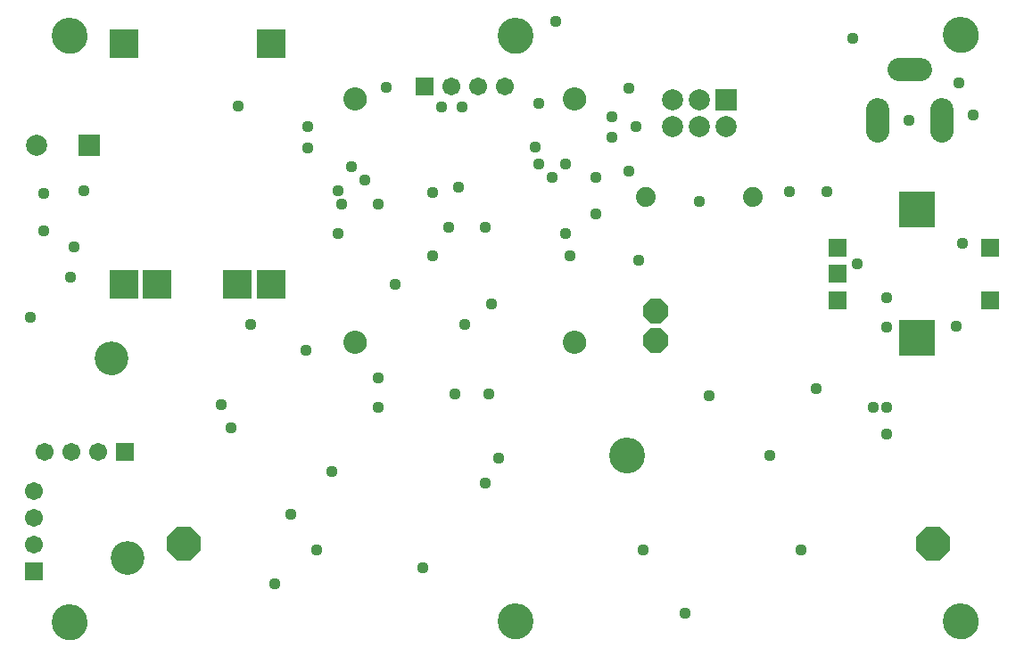
<source format=gbs>
G75*
%MOIN*%
%OFA0B0*%
%FSLAX25Y25*%
%IPPOS*%
%LPD*%
%AMOC8*
5,1,8,0,0,1.08239X$1,22.5*
%
%ADD10R,0.06737X0.06737*%
%ADD11C,0.06737*%
%ADD12C,0.00000*%
%ADD13C,0.08674*%
%ADD14C,0.12611*%
%ADD15R,0.10643X0.10643*%
%ADD16C,0.07887*%
%ADD17R,0.07887X0.07887*%
%ADD18R,0.13461X0.13461*%
%ADD19OC8,0.12611*%
%ADD20C,0.13398*%
%ADD21C,0.08674*%
%ADD22C,0.07400*%
%ADD23OC8,0.09300*%
%ADD24C,0.04369*%
D10*
X0033310Y0034537D03*
X0067375Y0079183D03*
X0179560Y0215787D03*
X0333782Y0155630D03*
X0333782Y0145787D03*
X0333782Y0135945D03*
X0390869Y0135945D03*
X0390869Y0155630D03*
D11*
X0209560Y0215787D03*
X0199560Y0215787D03*
X0189560Y0215787D03*
X0057375Y0079183D03*
X0047375Y0079183D03*
X0037375Y0079183D03*
X0033310Y0064537D03*
X0033310Y0054537D03*
X0033310Y0044537D03*
D12*
X0062404Y0039537D02*
X0062406Y0039690D01*
X0062412Y0039844D01*
X0062422Y0039997D01*
X0062436Y0040149D01*
X0062454Y0040302D01*
X0062476Y0040453D01*
X0062501Y0040604D01*
X0062531Y0040755D01*
X0062565Y0040905D01*
X0062602Y0041053D01*
X0062643Y0041201D01*
X0062688Y0041347D01*
X0062737Y0041493D01*
X0062790Y0041637D01*
X0062846Y0041779D01*
X0062906Y0041920D01*
X0062970Y0042060D01*
X0063037Y0042198D01*
X0063108Y0042334D01*
X0063183Y0042468D01*
X0063260Y0042600D01*
X0063342Y0042730D01*
X0063426Y0042858D01*
X0063514Y0042984D01*
X0063605Y0043107D01*
X0063699Y0043228D01*
X0063797Y0043346D01*
X0063897Y0043462D01*
X0064001Y0043575D01*
X0064107Y0043686D01*
X0064216Y0043794D01*
X0064328Y0043899D01*
X0064442Y0044000D01*
X0064560Y0044099D01*
X0064679Y0044195D01*
X0064801Y0044288D01*
X0064926Y0044377D01*
X0065053Y0044464D01*
X0065182Y0044546D01*
X0065313Y0044626D01*
X0065446Y0044702D01*
X0065581Y0044775D01*
X0065718Y0044844D01*
X0065857Y0044909D01*
X0065997Y0044971D01*
X0066139Y0045029D01*
X0066282Y0045084D01*
X0066427Y0045135D01*
X0066573Y0045182D01*
X0066720Y0045225D01*
X0066868Y0045264D01*
X0067017Y0045300D01*
X0067167Y0045331D01*
X0067318Y0045359D01*
X0067469Y0045383D01*
X0067622Y0045403D01*
X0067774Y0045419D01*
X0067927Y0045431D01*
X0068080Y0045439D01*
X0068233Y0045443D01*
X0068387Y0045443D01*
X0068540Y0045439D01*
X0068693Y0045431D01*
X0068846Y0045419D01*
X0068998Y0045403D01*
X0069151Y0045383D01*
X0069302Y0045359D01*
X0069453Y0045331D01*
X0069603Y0045300D01*
X0069752Y0045264D01*
X0069900Y0045225D01*
X0070047Y0045182D01*
X0070193Y0045135D01*
X0070338Y0045084D01*
X0070481Y0045029D01*
X0070623Y0044971D01*
X0070763Y0044909D01*
X0070902Y0044844D01*
X0071039Y0044775D01*
X0071174Y0044702D01*
X0071307Y0044626D01*
X0071438Y0044546D01*
X0071567Y0044464D01*
X0071694Y0044377D01*
X0071819Y0044288D01*
X0071941Y0044195D01*
X0072060Y0044099D01*
X0072178Y0044000D01*
X0072292Y0043899D01*
X0072404Y0043794D01*
X0072513Y0043686D01*
X0072619Y0043575D01*
X0072723Y0043462D01*
X0072823Y0043346D01*
X0072921Y0043228D01*
X0073015Y0043107D01*
X0073106Y0042984D01*
X0073194Y0042858D01*
X0073278Y0042730D01*
X0073360Y0042600D01*
X0073437Y0042468D01*
X0073512Y0042334D01*
X0073583Y0042198D01*
X0073650Y0042060D01*
X0073714Y0041920D01*
X0073774Y0041779D01*
X0073830Y0041637D01*
X0073883Y0041493D01*
X0073932Y0041347D01*
X0073977Y0041201D01*
X0074018Y0041053D01*
X0074055Y0040905D01*
X0074089Y0040755D01*
X0074119Y0040604D01*
X0074144Y0040453D01*
X0074166Y0040302D01*
X0074184Y0040149D01*
X0074198Y0039997D01*
X0074208Y0039844D01*
X0074214Y0039690D01*
X0074216Y0039537D01*
X0074214Y0039384D01*
X0074208Y0039230D01*
X0074198Y0039077D01*
X0074184Y0038925D01*
X0074166Y0038772D01*
X0074144Y0038621D01*
X0074119Y0038470D01*
X0074089Y0038319D01*
X0074055Y0038169D01*
X0074018Y0038021D01*
X0073977Y0037873D01*
X0073932Y0037727D01*
X0073883Y0037581D01*
X0073830Y0037437D01*
X0073774Y0037295D01*
X0073714Y0037154D01*
X0073650Y0037014D01*
X0073583Y0036876D01*
X0073512Y0036740D01*
X0073437Y0036606D01*
X0073360Y0036474D01*
X0073278Y0036344D01*
X0073194Y0036216D01*
X0073106Y0036090D01*
X0073015Y0035967D01*
X0072921Y0035846D01*
X0072823Y0035728D01*
X0072723Y0035612D01*
X0072619Y0035499D01*
X0072513Y0035388D01*
X0072404Y0035280D01*
X0072292Y0035175D01*
X0072178Y0035074D01*
X0072060Y0034975D01*
X0071941Y0034879D01*
X0071819Y0034786D01*
X0071694Y0034697D01*
X0071567Y0034610D01*
X0071438Y0034528D01*
X0071307Y0034448D01*
X0071174Y0034372D01*
X0071039Y0034299D01*
X0070902Y0034230D01*
X0070763Y0034165D01*
X0070623Y0034103D01*
X0070481Y0034045D01*
X0070338Y0033990D01*
X0070193Y0033939D01*
X0070047Y0033892D01*
X0069900Y0033849D01*
X0069752Y0033810D01*
X0069603Y0033774D01*
X0069453Y0033743D01*
X0069302Y0033715D01*
X0069151Y0033691D01*
X0068998Y0033671D01*
X0068846Y0033655D01*
X0068693Y0033643D01*
X0068540Y0033635D01*
X0068387Y0033631D01*
X0068233Y0033631D01*
X0068080Y0033635D01*
X0067927Y0033643D01*
X0067774Y0033655D01*
X0067622Y0033671D01*
X0067469Y0033691D01*
X0067318Y0033715D01*
X0067167Y0033743D01*
X0067017Y0033774D01*
X0066868Y0033810D01*
X0066720Y0033849D01*
X0066573Y0033892D01*
X0066427Y0033939D01*
X0066282Y0033990D01*
X0066139Y0034045D01*
X0065997Y0034103D01*
X0065857Y0034165D01*
X0065718Y0034230D01*
X0065581Y0034299D01*
X0065446Y0034372D01*
X0065313Y0034448D01*
X0065182Y0034528D01*
X0065053Y0034610D01*
X0064926Y0034697D01*
X0064801Y0034786D01*
X0064679Y0034879D01*
X0064560Y0034975D01*
X0064442Y0035074D01*
X0064328Y0035175D01*
X0064216Y0035280D01*
X0064107Y0035388D01*
X0064001Y0035499D01*
X0063897Y0035612D01*
X0063797Y0035728D01*
X0063699Y0035846D01*
X0063605Y0035967D01*
X0063514Y0036090D01*
X0063426Y0036216D01*
X0063342Y0036344D01*
X0063260Y0036474D01*
X0063183Y0036606D01*
X0063108Y0036740D01*
X0063037Y0036876D01*
X0062970Y0037014D01*
X0062906Y0037154D01*
X0062846Y0037295D01*
X0062790Y0037437D01*
X0062737Y0037581D01*
X0062688Y0037727D01*
X0062643Y0037873D01*
X0062602Y0038021D01*
X0062565Y0038169D01*
X0062531Y0038319D01*
X0062501Y0038470D01*
X0062476Y0038621D01*
X0062454Y0038772D01*
X0062436Y0038925D01*
X0062422Y0039077D01*
X0062412Y0039230D01*
X0062406Y0039384D01*
X0062404Y0039537D01*
X0040446Y0015423D02*
X0040448Y0015581D01*
X0040454Y0015739D01*
X0040464Y0015897D01*
X0040478Y0016055D01*
X0040496Y0016212D01*
X0040517Y0016369D01*
X0040543Y0016525D01*
X0040573Y0016681D01*
X0040606Y0016836D01*
X0040644Y0016989D01*
X0040685Y0017142D01*
X0040730Y0017294D01*
X0040779Y0017445D01*
X0040832Y0017594D01*
X0040888Y0017742D01*
X0040948Y0017888D01*
X0041012Y0018033D01*
X0041080Y0018176D01*
X0041151Y0018318D01*
X0041225Y0018458D01*
X0041303Y0018595D01*
X0041385Y0018731D01*
X0041469Y0018865D01*
X0041558Y0018996D01*
X0041649Y0019125D01*
X0041744Y0019252D01*
X0041841Y0019377D01*
X0041942Y0019499D01*
X0042046Y0019618D01*
X0042153Y0019735D01*
X0042263Y0019849D01*
X0042376Y0019960D01*
X0042491Y0020069D01*
X0042609Y0020174D01*
X0042730Y0020276D01*
X0042853Y0020376D01*
X0042979Y0020472D01*
X0043107Y0020565D01*
X0043237Y0020655D01*
X0043370Y0020741D01*
X0043505Y0020825D01*
X0043641Y0020904D01*
X0043780Y0020981D01*
X0043921Y0021053D01*
X0044063Y0021123D01*
X0044207Y0021188D01*
X0044353Y0021250D01*
X0044500Y0021308D01*
X0044649Y0021363D01*
X0044799Y0021414D01*
X0044950Y0021461D01*
X0045102Y0021504D01*
X0045255Y0021543D01*
X0045410Y0021579D01*
X0045565Y0021610D01*
X0045721Y0021638D01*
X0045877Y0021662D01*
X0046034Y0021682D01*
X0046192Y0021698D01*
X0046349Y0021710D01*
X0046508Y0021718D01*
X0046666Y0021722D01*
X0046824Y0021722D01*
X0046982Y0021718D01*
X0047141Y0021710D01*
X0047298Y0021698D01*
X0047456Y0021682D01*
X0047613Y0021662D01*
X0047769Y0021638D01*
X0047925Y0021610D01*
X0048080Y0021579D01*
X0048235Y0021543D01*
X0048388Y0021504D01*
X0048540Y0021461D01*
X0048691Y0021414D01*
X0048841Y0021363D01*
X0048990Y0021308D01*
X0049137Y0021250D01*
X0049283Y0021188D01*
X0049427Y0021123D01*
X0049569Y0021053D01*
X0049710Y0020981D01*
X0049849Y0020904D01*
X0049985Y0020825D01*
X0050120Y0020741D01*
X0050253Y0020655D01*
X0050383Y0020565D01*
X0050511Y0020472D01*
X0050637Y0020376D01*
X0050760Y0020276D01*
X0050881Y0020174D01*
X0050999Y0020069D01*
X0051114Y0019960D01*
X0051227Y0019849D01*
X0051337Y0019735D01*
X0051444Y0019618D01*
X0051548Y0019499D01*
X0051649Y0019377D01*
X0051746Y0019252D01*
X0051841Y0019125D01*
X0051932Y0018996D01*
X0052021Y0018865D01*
X0052105Y0018731D01*
X0052187Y0018595D01*
X0052265Y0018458D01*
X0052339Y0018318D01*
X0052410Y0018176D01*
X0052478Y0018033D01*
X0052542Y0017888D01*
X0052602Y0017742D01*
X0052658Y0017594D01*
X0052711Y0017445D01*
X0052760Y0017294D01*
X0052805Y0017142D01*
X0052846Y0016989D01*
X0052884Y0016836D01*
X0052917Y0016681D01*
X0052947Y0016525D01*
X0052973Y0016369D01*
X0052994Y0016212D01*
X0053012Y0016055D01*
X0053026Y0015897D01*
X0053036Y0015739D01*
X0053042Y0015581D01*
X0053044Y0015423D01*
X0053042Y0015265D01*
X0053036Y0015107D01*
X0053026Y0014949D01*
X0053012Y0014791D01*
X0052994Y0014634D01*
X0052973Y0014477D01*
X0052947Y0014321D01*
X0052917Y0014165D01*
X0052884Y0014010D01*
X0052846Y0013857D01*
X0052805Y0013704D01*
X0052760Y0013552D01*
X0052711Y0013401D01*
X0052658Y0013252D01*
X0052602Y0013104D01*
X0052542Y0012958D01*
X0052478Y0012813D01*
X0052410Y0012670D01*
X0052339Y0012528D01*
X0052265Y0012388D01*
X0052187Y0012251D01*
X0052105Y0012115D01*
X0052021Y0011981D01*
X0051932Y0011850D01*
X0051841Y0011721D01*
X0051746Y0011594D01*
X0051649Y0011469D01*
X0051548Y0011347D01*
X0051444Y0011228D01*
X0051337Y0011111D01*
X0051227Y0010997D01*
X0051114Y0010886D01*
X0050999Y0010777D01*
X0050881Y0010672D01*
X0050760Y0010570D01*
X0050637Y0010470D01*
X0050511Y0010374D01*
X0050383Y0010281D01*
X0050253Y0010191D01*
X0050120Y0010105D01*
X0049985Y0010021D01*
X0049849Y0009942D01*
X0049710Y0009865D01*
X0049569Y0009793D01*
X0049427Y0009723D01*
X0049283Y0009658D01*
X0049137Y0009596D01*
X0048990Y0009538D01*
X0048841Y0009483D01*
X0048691Y0009432D01*
X0048540Y0009385D01*
X0048388Y0009342D01*
X0048235Y0009303D01*
X0048080Y0009267D01*
X0047925Y0009236D01*
X0047769Y0009208D01*
X0047613Y0009184D01*
X0047456Y0009164D01*
X0047298Y0009148D01*
X0047141Y0009136D01*
X0046982Y0009128D01*
X0046824Y0009124D01*
X0046666Y0009124D01*
X0046508Y0009128D01*
X0046349Y0009136D01*
X0046192Y0009148D01*
X0046034Y0009164D01*
X0045877Y0009184D01*
X0045721Y0009208D01*
X0045565Y0009236D01*
X0045410Y0009267D01*
X0045255Y0009303D01*
X0045102Y0009342D01*
X0044950Y0009385D01*
X0044799Y0009432D01*
X0044649Y0009483D01*
X0044500Y0009538D01*
X0044353Y0009596D01*
X0044207Y0009658D01*
X0044063Y0009723D01*
X0043921Y0009793D01*
X0043780Y0009865D01*
X0043641Y0009942D01*
X0043505Y0010021D01*
X0043370Y0010105D01*
X0043237Y0010191D01*
X0043107Y0010281D01*
X0042979Y0010374D01*
X0042853Y0010470D01*
X0042730Y0010570D01*
X0042609Y0010672D01*
X0042491Y0010777D01*
X0042376Y0010886D01*
X0042263Y0010997D01*
X0042153Y0011111D01*
X0042046Y0011228D01*
X0041942Y0011347D01*
X0041841Y0011469D01*
X0041744Y0011594D01*
X0041649Y0011721D01*
X0041558Y0011850D01*
X0041469Y0011981D01*
X0041385Y0012115D01*
X0041303Y0012251D01*
X0041225Y0012388D01*
X0041151Y0012528D01*
X0041080Y0012670D01*
X0041012Y0012813D01*
X0040948Y0012958D01*
X0040888Y0013104D01*
X0040832Y0013252D01*
X0040779Y0013401D01*
X0040730Y0013552D01*
X0040685Y0013704D01*
X0040644Y0013857D01*
X0040606Y0014010D01*
X0040573Y0014165D01*
X0040543Y0014321D01*
X0040517Y0014477D01*
X0040496Y0014634D01*
X0040478Y0014791D01*
X0040464Y0014949D01*
X0040454Y0015107D01*
X0040448Y0015265D01*
X0040446Y0015423D01*
X0056469Y0114183D02*
X0056471Y0114336D01*
X0056477Y0114490D01*
X0056487Y0114643D01*
X0056501Y0114795D01*
X0056519Y0114948D01*
X0056541Y0115099D01*
X0056566Y0115250D01*
X0056596Y0115401D01*
X0056630Y0115551D01*
X0056667Y0115699D01*
X0056708Y0115847D01*
X0056753Y0115993D01*
X0056802Y0116139D01*
X0056855Y0116283D01*
X0056911Y0116425D01*
X0056971Y0116566D01*
X0057035Y0116706D01*
X0057102Y0116844D01*
X0057173Y0116980D01*
X0057248Y0117114D01*
X0057325Y0117246D01*
X0057407Y0117376D01*
X0057491Y0117504D01*
X0057579Y0117630D01*
X0057670Y0117753D01*
X0057764Y0117874D01*
X0057862Y0117992D01*
X0057962Y0118108D01*
X0058066Y0118221D01*
X0058172Y0118332D01*
X0058281Y0118440D01*
X0058393Y0118545D01*
X0058507Y0118646D01*
X0058625Y0118745D01*
X0058744Y0118841D01*
X0058866Y0118934D01*
X0058991Y0119023D01*
X0059118Y0119110D01*
X0059247Y0119192D01*
X0059378Y0119272D01*
X0059511Y0119348D01*
X0059646Y0119421D01*
X0059783Y0119490D01*
X0059922Y0119555D01*
X0060062Y0119617D01*
X0060204Y0119675D01*
X0060347Y0119730D01*
X0060492Y0119781D01*
X0060638Y0119828D01*
X0060785Y0119871D01*
X0060933Y0119910D01*
X0061082Y0119946D01*
X0061232Y0119977D01*
X0061383Y0120005D01*
X0061534Y0120029D01*
X0061687Y0120049D01*
X0061839Y0120065D01*
X0061992Y0120077D01*
X0062145Y0120085D01*
X0062298Y0120089D01*
X0062452Y0120089D01*
X0062605Y0120085D01*
X0062758Y0120077D01*
X0062911Y0120065D01*
X0063063Y0120049D01*
X0063216Y0120029D01*
X0063367Y0120005D01*
X0063518Y0119977D01*
X0063668Y0119946D01*
X0063817Y0119910D01*
X0063965Y0119871D01*
X0064112Y0119828D01*
X0064258Y0119781D01*
X0064403Y0119730D01*
X0064546Y0119675D01*
X0064688Y0119617D01*
X0064828Y0119555D01*
X0064967Y0119490D01*
X0065104Y0119421D01*
X0065239Y0119348D01*
X0065372Y0119272D01*
X0065503Y0119192D01*
X0065632Y0119110D01*
X0065759Y0119023D01*
X0065884Y0118934D01*
X0066006Y0118841D01*
X0066125Y0118745D01*
X0066243Y0118646D01*
X0066357Y0118545D01*
X0066469Y0118440D01*
X0066578Y0118332D01*
X0066684Y0118221D01*
X0066788Y0118108D01*
X0066888Y0117992D01*
X0066986Y0117874D01*
X0067080Y0117753D01*
X0067171Y0117630D01*
X0067259Y0117504D01*
X0067343Y0117376D01*
X0067425Y0117246D01*
X0067502Y0117114D01*
X0067577Y0116980D01*
X0067648Y0116844D01*
X0067715Y0116706D01*
X0067779Y0116566D01*
X0067839Y0116425D01*
X0067895Y0116283D01*
X0067948Y0116139D01*
X0067997Y0115993D01*
X0068042Y0115847D01*
X0068083Y0115699D01*
X0068120Y0115551D01*
X0068154Y0115401D01*
X0068184Y0115250D01*
X0068209Y0115099D01*
X0068231Y0114948D01*
X0068249Y0114795D01*
X0068263Y0114643D01*
X0068273Y0114490D01*
X0068279Y0114336D01*
X0068281Y0114183D01*
X0068279Y0114030D01*
X0068273Y0113876D01*
X0068263Y0113723D01*
X0068249Y0113571D01*
X0068231Y0113418D01*
X0068209Y0113267D01*
X0068184Y0113116D01*
X0068154Y0112965D01*
X0068120Y0112815D01*
X0068083Y0112667D01*
X0068042Y0112519D01*
X0067997Y0112373D01*
X0067948Y0112227D01*
X0067895Y0112083D01*
X0067839Y0111941D01*
X0067779Y0111800D01*
X0067715Y0111660D01*
X0067648Y0111522D01*
X0067577Y0111386D01*
X0067502Y0111252D01*
X0067425Y0111120D01*
X0067343Y0110990D01*
X0067259Y0110862D01*
X0067171Y0110736D01*
X0067080Y0110613D01*
X0066986Y0110492D01*
X0066888Y0110374D01*
X0066788Y0110258D01*
X0066684Y0110145D01*
X0066578Y0110034D01*
X0066469Y0109926D01*
X0066357Y0109821D01*
X0066243Y0109720D01*
X0066125Y0109621D01*
X0066006Y0109525D01*
X0065884Y0109432D01*
X0065759Y0109343D01*
X0065632Y0109256D01*
X0065503Y0109174D01*
X0065372Y0109094D01*
X0065239Y0109018D01*
X0065104Y0108945D01*
X0064967Y0108876D01*
X0064828Y0108811D01*
X0064688Y0108749D01*
X0064546Y0108691D01*
X0064403Y0108636D01*
X0064258Y0108585D01*
X0064112Y0108538D01*
X0063965Y0108495D01*
X0063817Y0108456D01*
X0063668Y0108420D01*
X0063518Y0108389D01*
X0063367Y0108361D01*
X0063216Y0108337D01*
X0063063Y0108317D01*
X0062911Y0108301D01*
X0062758Y0108289D01*
X0062605Y0108281D01*
X0062452Y0108277D01*
X0062298Y0108277D01*
X0062145Y0108281D01*
X0061992Y0108289D01*
X0061839Y0108301D01*
X0061687Y0108317D01*
X0061534Y0108337D01*
X0061383Y0108361D01*
X0061232Y0108389D01*
X0061082Y0108420D01*
X0060933Y0108456D01*
X0060785Y0108495D01*
X0060638Y0108538D01*
X0060492Y0108585D01*
X0060347Y0108636D01*
X0060204Y0108691D01*
X0060062Y0108749D01*
X0059922Y0108811D01*
X0059783Y0108876D01*
X0059646Y0108945D01*
X0059511Y0109018D01*
X0059378Y0109094D01*
X0059247Y0109174D01*
X0059118Y0109256D01*
X0058991Y0109343D01*
X0058866Y0109432D01*
X0058744Y0109525D01*
X0058625Y0109621D01*
X0058507Y0109720D01*
X0058393Y0109821D01*
X0058281Y0109926D01*
X0058172Y0110034D01*
X0058066Y0110145D01*
X0057962Y0110258D01*
X0057862Y0110374D01*
X0057764Y0110492D01*
X0057670Y0110613D01*
X0057579Y0110736D01*
X0057491Y0110862D01*
X0057407Y0110990D01*
X0057325Y0111120D01*
X0057248Y0111252D01*
X0057173Y0111386D01*
X0057102Y0111522D01*
X0057035Y0111660D01*
X0056971Y0111800D01*
X0056911Y0111941D01*
X0056855Y0112083D01*
X0056802Y0112227D01*
X0056753Y0112373D01*
X0056708Y0112519D01*
X0056667Y0112667D01*
X0056630Y0112815D01*
X0056596Y0112965D01*
X0056566Y0113116D01*
X0056541Y0113267D01*
X0056519Y0113418D01*
X0056501Y0113571D01*
X0056487Y0113723D01*
X0056477Y0113876D01*
X0056471Y0114030D01*
X0056469Y0114183D01*
X0149623Y0120287D02*
X0149625Y0120412D01*
X0149631Y0120537D01*
X0149641Y0120661D01*
X0149655Y0120785D01*
X0149672Y0120909D01*
X0149694Y0121032D01*
X0149720Y0121154D01*
X0149749Y0121276D01*
X0149782Y0121396D01*
X0149820Y0121515D01*
X0149860Y0121634D01*
X0149905Y0121750D01*
X0149953Y0121865D01*
X0150005Y0121979D01*
X0150061Y0122091D01*
X0150120Y0122201D01*
X0150182Y0122309D01*
X0150248Y0122416D01*
X0150317Y0122520D01*
X0150390Y0122621D01*
X0150465Y0122721D01*
X0150544Y0122818D01*
X0150626Y0122912D01*
X0150711Y0123004D01*
X0150798Y0123093D01*
X0150889Y0123179D01*
X0150982Y0123262D01*
X0151078Y0123343D01*
X0151176Y0123420D01*
X0151276Y0123494D01*
X0151379Y0123565D01*
X0151484Y0123632D01*
X0151592Y0123697D01*
X0151701Y0123757D01*
X0151812Y0123815D01*
X0151925Y0123868D01*
X0152039Y0123918D01*
X0152155Y0123965D01*
X0152272Y0124007D01*
X0152391Y0124046D01*
X0152511Y0124082D01*
X0152632Y0124113D01*
X0152754Y0124141D01*
X0152876Y0124164D01*
X0153000Y0124184D01*
X0153124Y0124200D01*
X0153248Y0124212D01*
X0153373Y0124220D01*
X0153498Y0124224D01*
X0153622Y0124224D01*
X0153747Y0124220D01*
X0153872Y0124212D01*
X0153996Y0124200D01*
X0154120Y0124184D01*
X0154244Y0124164D01*
X0154366Y0124141D01*
X0154488Y0124113D01*
X0154609Y0124082D01*
X0154729Y0124046D01*
X0154848Y0124007D01*
X0154965Y0123965D01*
X0155081Y0123918D01*
X0155195Y0123868D01*
X0155308Y0123815D01*
X0155419Y0123757D01*
X0155529Y0123697D01*
X0155636Y0123632D01*
X0155741Y0123565D01*
X0155844Y0123494D01*
X0155944Y0123420D01*
X0156042Y0123343D01*
X0156138Y0123262D01*
X0156231Y0123179D01*
X0156322Y0123093D01*
X0156409Y0123004D01*
X0156494Y0122912D01*
X0156576Y0122818D01*
X0156655Y0122721D01*
X0156730Y0122621D01*
X0156803Y0122520D01*
X0156872Y0122416D01*
X0156938Y0122309D01*
X0157000Y0122201D01*
X0157059Y0122091D01*
X0157115Y0121979D01*
X0157167Y0121865D01*
X0157215Y0121750D01*
X0157260Y0121634D01*
X0157300Y0121515D01*
X0157338Y0121396D01*
X0157371Y0121276D01*
X0157400Y0121154D01*
X0157426Y0121032D01*
X0157448Y0120909D01*
X0157465Y0120785D01*
X0157479Y0120661D01*
X0157489Y0120537D01*
X0157495Y0120412D01*
X0157497Y0120287D01*
X0157495Y0120162D01*
X0157489Y0120037D01*
X0157479Y0119913D01*
X0157465Y0119789D01*
X0157448Y0119665D01*
X0157426Y0119542D01*
X0157400Y0119420D01*
X0157371Y0119298D01*
X0157338Y0119178D01*
X0157300Y0119059D01*
X0157260Y0118940D01*
X0157215Y0118824D01*
X0157167Y0118709D01*
X0157115Y0118595D01*
X0157059Y0118483D01*
X0157000Y0118373D01*
X0156938Y0118265D01*
X0156872Y0118158D01*
X0156803Y0118054D01*
X0156730Y0117953D01*
X0156655Y0117853D01*
X0156576Y0117756D01*
X0156494Y0117662D01*
X0156409Y0117570D01*
X0156322Y0117481D01*
X0156231Y0117395D01*
X0156138Y0117312D01*
X0156042Y0117231D01*
X0155944Y0117154D01*
X0155844Y0117080D01*
X0155741Y0117009D01*
X0155636Y0116942D01*
X0155528Y0116877D01*
X0155419Y0116817D01*
X0155308Y0116759D01*
X0155195Y0116706D01*
X0155081Y0116656D01*
X0154965Y0116609D01*
X0154848Y0116567D01*
X0154729Y0116528D01*
X0154609Y0116492D01*
X0154488Y0116461D01*
X0154366Y0116433D01*
X0154244Y0116410D01*
X0154120Y0116390D01*
X0153996Y0116374D01*
X0153872Y0116362D01*
X0153747Y0116354D01*
X0153622Y0116350D01*
X0153498Y0116350D01*
X0153373Y0116354D01*
X0153248Y0116362D01*
X0153124Y0116374D01*
X0153000Y0116390D01*
X0152876Y0116410D01*
X0152754Y0116433D01*
X0152632Y0116461D01*
X0152511Y0116492D01*
X0152391Y0116528D01*
X0152272Y0116567D01*
X0152155Y0116609D01*
X0152039Y0116656D01*
X0151925Y0116706D01*
X0151812Y0116759D01*
X0151701Y0116817D01*
X0151591Y0116877D01*
X0151484Y0116942D01*
X0151379Y0117009D01*
X0151276Y0117080D01*
X0151176Y0117154D01*
X0151078Y0117231D01*
X0150982Y0117312D01*
X0150889Y0117395D01*
X0150798Y0117481D01*
X0150711Y0117570D01*
X0150626Y0117662D01*
X0150544Y0117756D01*
X0150465Y0117853D01*
X0150390Y0117953D01*
X0150317Y0118054D01*
X0150248Y0118158D01*
X0150182Y0118265D01*
X0150120Y0118373D01*
X0150061Y0118483D01*
X0150005Y0118595D01*
X0149953Y0118709D01*
X0149905Y0118824D01*
X0149860Y0118940D01*
X0149820Y0119059D01*
X0149782Y0119178D01*
X0149749Y0119298D01*
X0149720Y0119420D01*
X0149694Y0119542D01*
X0149672Y0119665D01*
X0149655Y0119789D01*
X0149641Y0119913D01*
X0149631Y0120037D01*
X0149625Y0120162D01*
X0149623Y0120287D01*
X0231623Y0120287D02*
X0231625Y0120412D01*
X0231631Y0120537D01*
X0231641Y0120661D01*
X0231655Y0120785D01*
X0231672Y0120909D01*
X0231694Y0121032D01*
X0231720Y0121154D01*
X0231749Y0121276D01*
X0231782Y0121396D01*
X0231820Y0121515D01*
X0231860Y0121634D01*
X0231905Y0121750D01*
X0231953Y0121865D01*
X0232005Y0121979D01*
X0232061Y0122091D01*
X0232120Y0122201D01*
X0232182Y0122309D01*
X0232248Y0122416D01*
X0232317Y0122520D01*
X0232390Y0122621D01*
X0232465Y0122721D01*
X0232544Y0122818D01*
X0232626Y0122912D01*
X0232711Y0123004D01*
X0232798Y0123093D01*
X0232889Y0123179D01*
X0232982Y0123262D01*
X0233078Y0123343D01*
X0233176Y0123420D01*
X0233276Y0123494D01*
X0233379Y0123565D01*
X0233484Y0123632D01*
X0233592Y0123697D01*
X0233701Y0123757D01*
X0233812Y0123815D01*
X0233925Y0123868D01*
X0234039Y0123918D01*
X0234155Y0123965D01*
X0234272Y0124007D01*
X0234391Y0124046D01*
X0234511Y0124082D01*
X0234632Y0124113D01*
X0234754Y0124141D01*
X0234876Y0124164D01*
X0235000Y0124184D01*
X0235124Y0124200D01*
X0235248Y0124212D01*
X0235373Y0124220D01*
X0235498Y0124224D01*
X0235622Y0124224D01*
X0235747Y0124220D01*
X0235872Y0124212D01*
X0235996Y0124200D01*
X0236120Y0124184D01*
X0236244Y0124164D01*
X0236366Y0124141D01*
X0236488Y0124113D01*
X0236609Y0124082D01*
X0236729Y0124046D01*
X0236848Y0124007D01*
X0236965Y0123965D01*
X0237081Y0123918D01*
X0237195Y0123868D01*
X0237308Y0123815D01*
X0237419Y0123757D01*
X0237529Y0123697D01*
X0237636Y0123632D01*
X0237741Y0123565D01*
X0237844Y0123494D01*
X0237944Y0123420D01*
X0238042Y0123343D01*
X0238138Y0123262D01*
X0238231Y0123179D01*
X0238322Y0123093D01*
X0238409Y0123004D01*
X0238494Y0122912D01*
X0238576Y0122818D01*
X0238655Y0122721D01*
X0238730Y0122621D01*
X0238803Y0122520D01*
X0238872Y0122416D01*
X0238938Y0122309D01*
X0239000Y0122201D01*
X0239059Y0122091D01*
X0239115Y0121979D01*
X0239167Y0121865D01*
X0239215Y0121750D01*
X0239260Y0121634D01*
X0239300Y0121515D01*
X0239338Y0121396D01*
X0239371Y0121276D01*
X0239400Y0121154D01*
X0239426Y0121032D01*
X0239448Y0120909D01*
X0239465Y0120785D01*
X0239479Y0120661D01*
X0239489Y0120537D01*
X0239495Y0120412D01*
X0239497Y0120287D01*
X0239495Y0120162D01*
X0239489Y0120037D01*
X0239479Y0119913D01*
X0239465Y0119789D01*
X0239448Y0119665D01*
X0239426Y0119542D01*
X0239400Y0119420D01*
X0239371Y0119298D01*
X0239338Y0119178D01*
X0239300Y0119059D01*
X0239260Y0118940D01*
X0239215Y0118824D01*
X0239167Y0118709D01*
X0239115Y0118595D01*
X0239059Y0118483D01*
X0239000Y0118373D01*
X0238938Y0118265D01*
X0238872Y0118158D01*
X0238803Y0118054D01*
X0238730Y0117953D01*
X0238655Y0117853D01*
X0238576Y0117756D01*
X0238494Y0117662D01*
X0238409Y0117570D01*
X0238322Y0117481D01*
X0238231Y0117395D01*
X0238138Y0117312D01*
X0238042Y0117231D01*
X0237944Y0117154D01*
X0237844Y0117080D01*
X0237741Y0117009D01*
X0237636Y0116942D01*
X0237528Y0116877D01*
X0237419Y0116817D01*
X0237308Y0116759D01*
X0237195Y0116706D01*
X0237081Y0116656D01*
X0236965Y0116609D01*
X0236848Y0116567D01*
X0236729Y0116528D01*
X0236609Y0116492D01*
X0236488Y0116461D01*
X0236366Y0116433D01*
X0236244Y0116410D01*
X0236120Y0116390D01*
X0235996Y0116374D01*
X0235872Y0116362D01*
X0235747Y0116354D01*
X0235622Y0116350D01*
X0235498Y0116350D01*
X0235373Y0116354D01*
X0235248Y0116362D01*
X0235124Y0116374D01*
X0235000Y0116390D01*
X0234876Y0116410D01*
X0234754Y0116433D01*
X0234632Y0116461D01*
X0234511Y0116492D01*
X0234391Y0116528D01*
X0234272Y0116567D01*
X0234155Y0116609D01*
X0234039Y0116656D01*
X0233925Y0116706D01*
X0233812Y0116759D01*
X0233701Y0116817D01*
X0233591Y0116877D01*
X0233484Y0116942D01*
X0233379Y0117009D01*
X0233276Y0117080D01*
X0233176Y0117154D01*
X0233078Y0117231D01*
X0232982Y0117312D01*
X0232889Y0117395D01*
X0232798Y0117481D01*
X0232711Y0117570D01*
X0232626Y0117662D01*
X0232544Y0117756D01*
X0232465Y0117853D01*
X0232390Y0117953D01*
X0232317Y0118054D01*
X0232248Y0118158D01*
X0232182Y0118265D01*
X0232120Y0118373D01*
X0232061Y0118483D01*
X0232005Y0118595D01*
X0231953Y0118709D01*
X0231905Y0118824D01*
X0231860Y0118940D01*
X0231820Y0119059D01*
X0231782Y0119178D01*
X0231749Y0119298D01*
X0231720Y0119420D01*
X0231694Y0119542D01*
X0231672Y0119665D01*
X0231655Y0119789D01*
X0231641Y0119913D01*
X0231631Y0120037D01*
X0231625Y0120162D01*
X0231623Y0120287D01*
X0248714Y0078022D02*
X0248716Y0078180D01*
X0248722Y0078338D01*
X0248732Y0078496D01*
X0248746Y0078654D01*
X0248764Y0078811D01*
X0248785Y0078968D01*
X0248811Y0079124D01*
X0248841Y0079280D01*
X0248874Y0079435D01*
X0248912Y0079588D01*
X0248953Y0079741D01*
X0248998Y0079893D01*
X0249047Y0080044D01*
X0249100Y0080193D01*
X0249156Y0080341D01*
X0249216Y0080487D01*
X0249280Y0080632D01*
X0249348Y0080775D01*
X0249419Y0080917D01*
X0249493Y0081057D01*
X0249571Y0081194D01*
X0249653Y0081330D01*
X0249737Y0081464D01*
X0249826Y0081595D01*
X0249917Y0081724D01*
X0250012Y0081851D01*
X0250109Y0081976D01*
X0250210Y0082098D01*
X0250314Y0082217D01*
X0250421Y0082334D01*
X0250531Y0082448D01*
X0250644Y0082559D01*
X0250759Y0082668D01*
X0250877Y0082773D01*
X0250998Y0082875D01*
X0251121Y0082975D01*
X0251247Y0083071D01*
X0251375Y0083164D01*
X0251505Y0083254D01*
X0251638Y0083340D01*
X0251773Y0083424D01*
X0251909Y0083503D01*
X0252048Y0083580D01*
X0252189Y0083652D01*
X0252331Y0083722D01*
X0252475Y0083787D01*
X0252621Y0083849D01*
X0252768Y0083907D01*
X0252917Y0083962D01*
X0253067Y0084013D01*
X0253218Y0084060D01*
X0253370Y0084103D01*
X0253523Y0084142D01*
X0253678Y0084178D01*
X0253833Y0084209D01*
X0253989Y0084237D01*
X0254145Y0084261D01*
X0254302Y0084281D01*
X0254460Y0084297D01*
X0254617Y0084309D01*
X0254776Y0084317D01*
X0254934Y0084321D01*
X0255092Y0084321D01*
X0255250Y0084317D01*
X0255409Y0084309D01*
X0255566Y0084297D01*
X0255724Y0084281D01*
X0255881Y0084261D01*
X0256037Y0084237D01*
X0256193Y0084209D01*
X0256348Y0084178D01*
X0256503Y0084142D01*
X0256656Y0084103D01*
X0256808Y0084060D01*
X0256959Y0084013D01*
X0257109Y0083962D01*
X0257258Y0083907D01*
X0257405Y0083849D01*
X0257551Y0083787D01*
X0257695Y0083722D01*
X0257837Y0083652D01*
X0257978Y0083580D01*
X0258117Y0083503D01*
X0258253Y0083424D01*
X0258388Y0083340D01*
X0258521Y0083254D01*
X0258651Y0083164D01*
X0258779Y0083071D01*
X0258905Y0082975D01*
X0259028Y0082875D01*
X0259149Y0082773D01*
X0259267Y0082668D01*
X0259382Y0082559D01*
X0259495Y0082448D01*
X0259605Y0082334D01*
X0259712Y0082217D01*
X0259816Y0082098D01*
X0259917Y0081976D01*
X0260014Y0081851D01*
X0260109Y0081724D01*
X0260200Y0081595D01*
X0260289Y0081464D01*
X0260373Y0081330D01*
X0260455Y0081194D01*
X0260533Y0081057D01*
X0260607Y0080917D01*
X0260678Y0080775D01*
X0260746Y0080632D01*
X0260810Y0080487D01*
X0260870Y0080341D01*
X0260926Y0080193D01*
X0260979Y0080044D01*
X0261028Y0079893D01*
X0261073Y0079741D01*
X0261114Y0079588D01*
X0261152Y0079435D01*
X0261185Y0079280D01*
X0261215Y0079124D01*
X0261241Y0078968D01*
X0261262Y0078811D01*
X0261280Y0078654D01*
X0261294Y0078496D01*
X0261304Y0078338D01*
X0261310Y0078180D01*
X0261312Y0078022D01*
X0261310Y0077864D01*
X0261304Y0077706D01*
X0261294Y0077548D01*
X0261280Y0077390D01*
X0261262Y0077233D01*
X0261241Y0077076D01*
X0261215Y0076920D01*
X0261185Y0076764D01*
X0261152Y0076609D01*
X0261114Y0076456D01*
X0261073Y0076303D01*
X0261028Y0076151D01*
X0260979Y0076000D01*
X0260926Y0075851D01*
X0260870Y0075703D01*
X0260810Y0075557D01*
X0260746Y0075412D01*
X0260678Y0075269D01*
X0260607Y0075127D01*
X0260533Y0074987D01*
X0260455Y0074850D01*
X0260373Y0074714D01*
X0260289Y0074580D01*
X0260200Y0074449D01*
X0260109Y0074320D01*
X0260014Y0074193D01*
X0259917Y0074068D01*
X0259816Y0073946D01*
X0259712Y0073827D01*
X0259605Y0073710D01*
X0259495Y0073596D01*
X0259382Y0073485D01*
X0259267Y0073376D01*
X0259149Y0073271D01*
X0259028Y0073169D01*
X0258905Y0073069D01*
X0258779Y0072973D01*
X0258651Y0072880D01*
X0258521Y0072790D01*
X0258388Y0072704D01*
X0258253Y0072620D01*
X0258117Y0072541D01*
X0257978Y0072464D01*
X0257837Y0072392D01*
X0257695Y0072322D01*
X0257551Y0072257D01*
X0257405Y0072195D01*
X0257258Y0072137D01*
X0257109Y0072082D01*
X0256959Y0072031D01*
X0256808Y0071984D01*
X0256656Y0071941D01*
X0256503Y0071902D01*
X0256348Y0071866D01*
X0256193Y0071835D01*
X0256037Y0071807D01*
X0255881Y0071783D01*
X0255724Y0071763D01*
X0255566Y0071747D01*
X0255409Y0071735D01*
X0255250Y0071727D01*
X0255092Y0071723D01*
X0254934Y0071723D01*
X0254776Y0071727D01*
X0254617Y0071735D01*
X0254460Y0071747D01*
X0254302Y0071763D01*
X0254145Y0071783D01*
X0253989Y0071807D01*
X0253833Y0071835D01*
X0253678Y0071866D01*
X0253523Y0071902D01*
X0253370Y0071941D01*
X0253218Y0071984D01*
X0253067Y0072031D01*
X0252917Y0072082D01*
X0252768Y0072137D01*
X0252621Y0072195D01*
X0252475Y0072257D01*
X0252331Y0072322D01*
X0252189Y0072392D01*
X0252048Y0072464D01*
X0251909Y0072541D01*
X0251773Y0072620D01*
X0251638Y0072704D01*
X0251505Y0072790D01*
X0251375Y0072880D01*
X0251247Y0072973D01*
X0251121Y0073069D01*
X0250998Y0073169D01*
X0250877Y0073271D01*
X0250759Y0073376D01*
X0250644Y0073485D01*
X0250531Y0073596D01*
X0250421Y0073710D01*
X0250314Y0073827D01*
X0250210Y0073946D01*
X0250109Y0074068D01*
X0250012Y0074193D01*
X0249917Y0074320D01*
X0249826Y0074449D01*
X0249737Y0074580D01*
X0249653Y0074714D01*
X0249571Y0074850D01*
X0249493Y0074987D01*
X0249419Y0075127D01*
X0249348Y0075269D01*
X0249280Y0075412D01*
X0249216Y0075557D01*
X0249156Y0075703D01*
X0249100Y0075851D01*
X0249047Y0076000D01*
X0248998Y0076151D01*
X0248953Y0076303D01*
X0248912Y0076456D01*
X0248874Y0076609D01*
X0248841Y0076764D01*
X0248811Y0076920D01*
X0248785Y0077076D01*
X0248764Y0077233D01*
X0248746Y0077390D01*
X0248732Y0077548D01*
X0248722Y0077706D01*
X0248716Y0077864D01*
X0248714Y0078022D01*
X0206981Y0015817D02*
X0206983Y0015975D01*
X0206989Y0016133D01*
X0206999Y0016291D01*
X0207013Y0016449D01*
X0207031Y0016606D01*
X0207052Y0016763D01*
X0207078Y0016919D01*
X0207108Y0017075D01*
X0207141Y0017230D01*
X0207179Y0017383D01*
X0207220Y0017536D01*
X0207265Y0017688D01*
X0207314Y0017839D01*
X0207367Y0017988D01*
X0207423Y0018136D01*
X0207483Y0018282D01*
X0207547Y0018427D01*
X0207615Y0018570D01*
X0207686Y0018712D01*
X0207760Y0018852D01*
X0207838Y0018989D01*
X0207920Y0019125D01*
X0208004Y0019259D01*
X0208093Y0019390D01*
X0208184Y0019519D01*
X0208279Y0019646D01*
X0208376Y0019771D01*
X0208477Y0019893D01*
X0208581Y0020012D01*
X0208688Y0020129D01*
X0208798Y0020243D01*
X0208911Y0020354D01*
X0209026Y0020463D01*
X0209144Y0020568D01*
X0209265Y0020670D01*
X0209388Y0020770D01*
X0209514Y0020866D01*
X0209642Y0020959D01*
X0209772Y0021049D01*
X0209905Y0021135D01*
X0210040Y0021219D01*
X0210176Y0021298D01*
X0210315Y0021375D01*
X0210456Y0021447D01*
X0210598Y0021517D01*
X0210742Y0021582D01*
X0210888Y0021644D01*
X0211035Y0021702D01*
X0211184Y0021757D01*
X0211334Y0021808D01*
X0211485Y0021855D01*
X0211637Y0021898D01*
X0211790Y0021937D01*
X0211945Y0021973D01*
X0212100Y0022004D01*
X0212256Y0022032D01*
X0212412Y0022056D01*
X0212569Y0022076D01*
X0212727Y0022092D01*
X0212884Y0022104D01*
X0213043Y0022112D01*
X0213201Y0022116D01*
X0213359Y0022116D01*
X0213517Y0022112D01*
X0213676Y0022104D01*
X0213833Y0022092D01*
X0213991Y0022076D01*
X0214148Y0022056D01*
X0214304Y0022032D01*
X0214460Y0022004D01*
X0214615Y0021973D01*
X0214770Y0021937D01*
X0214923Y0021898D01*
X0215075Y0021855D01*
X0215226Y0021808D01*
X0215376Y0021757D01*
X0215525Y0021702D01*
X0215672Y0021644D01*
X0215818Y0021582D01*
X0215962Y0021517D01*
X0216104Y0021447D01*
X0216245Y0021375D01*
X0216384Y0021298D01*
X0216520Y0021219D01*
X0216655Y0021135D01*
X0216788Y0021049D01*
X0216918Y0020959D01*
X0217046Y0020866D01*
X0217172Y0020770D01*
X0217295Y0020670D01*
X0217416Y0020568D01*
X0217534Y0020463D01*
X0217649Y0020354D01*
X0217762Y0020243D01*
X0217872Y0020129D01*
X0217979Y0020012D01*
X0218083Y0019893D01*
X0218184Y0019771D01*
X0218281Y0019646D01*
X0218376Y0019519D01*
X0218467Y0019390D01*
X0218556Y0019259D01*
X0218640Y0019125D01*
X0218722Y0018989D01*
X0218800Y0018852D01*
X0218874Y0018712D01*
X0218945Y0018570D01*
X0219013Y0018427D01*
X0219077Y0018282D01*
X0219137Y0018136D01*
X0219193Y0017988D01*
X0219246Y0017839D01*
X0219295Y0017688D01*
X0219340Y0017536D01*
X0219381Y0017383D01*
X0219419Y0017230D01*
X0219452Y0017075D01*
X0219482Y0016919D01*
X0219508Y0016763D01*
X0219529Y0016606D01*
X0219547Y0016449D01*
X0219561Y0016291D01*
X0219571Y0016133D01*
X0219577Y0015975D01*
X0219579Y0015817D01*
X0219577Y0015659D01*
X0219571Y0015501D01*
X0219561Y0015343D01*
X0219547Y0015185D01*
X0219529Y0015028D01*
X0219508Y0014871D01*
X0219482Y0014715D01*
X0219452Y0014559D01*
X0219419Y0014404D01*
X0219381Y0014251D01*
X0219340Y0014098D01*
X0219295Y0013946D01*
X0219246Y0013795D01*
X0219193Y0013646D01*
X0219137Y0013498D01*
X0219077Y0013352D01*
X0219013Y0013207D01*
X0218945Y0013064D01*
X0218874Y0012922D01*
X0218800Y0012782D01*
X0218722Y0012645D01*
X0218640Y0012509D01*
X0218556Y0012375D01*
X0218467Y0012244D01*
X0218376Y0012115D01*
X0218281Y0011988D01*
X0218184Y0011863D01*
X0218083Y0011741D01*
X0217979Y0011622D01*
X0217872Y0011505D01*
X0217762Y0011391D01*
X0217649Y0011280D01*
X0217534Y0011171D01*
X0217416Y0011066D01*
X0217295Y0010964D01*
X0217172Y0010864D01*
X0217046Y0010768D01*
X0216918Y0010675D01*
X0216788Y0010585D01*
X0216655Y0010499D01*
X0216520Y0010415D01*
X0216384Y0010336D01*
X0216245Y0010259D01*
X0216104Y0010187D01*
X0215962Y0010117D01*
X0215818Y0010052D01*
X0215672Y0009990D01*
X0215525Y0009932D01*
X0215376Y0009877D01*
X0215226Y0009826D01*
X0215075Y0009779D01*
X0214923Y0009736D01*
X0214770Y0009697D01*
X0214615Y0009661D01*
X0214460Y0009630D01*
X0214304Y0009602D01*
X0214148Y0009578D01*
X0213991Y0009558D01*
X0213833Y0009542D01*
X0213676Y0009530D01*
X0213517Y0009522D01*
X0213359Y0009518D01*
X0213201Y0009518D01*
X0213043Y0009522D01*
X0212884Y0009530D01*
X0212727Y0009542D01*
X0212569Y0009558D01*
X0212412Y0009578D01*
X0212256Y0009602D01*
X0212100Y0009630D01*
X0211945Y0009661D01*
X0211790Y0009697D01*
X0211637Y0009736D01*
X0211485Y0009779D01*
X0211334Y0009826D01*
X0211184Y0009877D01*
X0211035Y0009932D01*
X0210888Y0009990D01*
X0210742Y0010052D01*
X0210598Y0010117D01*
X0210456Y0010187D01*
X0210315Y0010259D01*
X0210176Y0010336D01*
X0210040Y0010415D01*
X0209905Y0010499D01*
X0209772Y0010585D01*
X0209642Y0010675D01*
X0209514Y0010768D01*
X0209388Y0010864D01*
X0209265Y0010964D01*
X0209144Y0011066D01*
X0209026Y0011171D01*
X0208911Y0011280D01*
X0208798Y0011391D01*
X0208688Y0011505D01*
X0208581Y0011622D01*
X0208477Y0011741D01*
X0208376Y0011863D01*
X0208279Y0011988D01*
X0208184Y0012115D01*
X0208093Y0012244D01*
X0208004Y0012375D01*
X0207920Y0012509D01*
X0207838Y0012645D01*
X0207760Y0012782D01*
X0207686Y0012922D01*
X0207615Y0013064D01*
X0207547Y0013207D01*
X0207483Y0013352D01*
X0207423Y0013498D01*
X0207367Y0013646D01*
X0207314Y0013795D01*
X0207265Y0013946D01*
X0207220Y0014098D01*
X0207179Y0014251D01*
X0207141Y0014404D01*
X0207108Y0014559D01*
X0207078Y0014715D01*
X0207052Y0014871D01*
X0207031Y0015028D01*
X0207013Y0015185D01*
X0206999Y0015343D01*
X0206989Y0015501D01*
X0206983Y0015659D01*
X0206981Y0015817D01*
X0373517Y0015817D02*
X0373519Y0015975D01*
X0373525Y0016133D01*
X0373535Y0016291D01*
X0373549Y0016449D01*
X0373567Y0016606D01*
X0373588Y0016763D01*
X0373614Y0016919D01*
X0373644Y0017075D01*
X0373677Y0017230D01*
X0373715Y0017383D01*
X0373756Y0017536D01*
X0373801Y0017688D01*
X0373850Y0017839D01*
X0373903Y0017988D01*
X0373959Y0018136D01*
X0374019Y0018282D01*
X0374083Y0018427D01*
X0374151Y0018570D01*
X0374222Y0018712D01*
X0374296Y0018852D01*
X0374374Y0018989D01*
X0374456Y0019125D01*
X0374540Y0019259D01*
X0374629Y0019390D01*
X0374720Y0019519D01*
X0374815Y0019646D01*
X0374912Y0019771D01*
X0375013Y0019893D01*
X0375117Y0020012D01*
X0375224Y0020129D01*
X0375334Y0020243D01*
X0375447Y0020354D01*
X0375562Y0020463D01*
X0375680Y0020568D01*
X0375801Y0020670D01*
X0375924Y0020770D01*
X0376050Y0020866D01*
X0376178Y0020959D01*
X0376308Y0021049D01*
X0376441Y0021135D01*
X0376576Y0021219D01*
X0376712Y0021298D01*
X0376851Y0021375D01*
X0376992Y0021447D01*
X0377134Y0021517D01*
X0377278Y0021582D01*
X0377424Y0021644D01*
X0377571Y0021702D01*
X0377720Y0021757D01*
X0377870Y0021808D01*
X0378021Y0021855D01*
X0378173Y0021898D01*
X0378326Y0021937D01*
X0378481Y0021973D01*
X0378636Y0022004D01*
X0378792Y0022032D01*
X0378948Y0022056D01*
X0379105Y0022076D01*
X0379263Y0022092D01*
X0379420Y0022104D01*
X0379579Y0022112D01*
X0379737Y0022116D01*
X0379895Y0022116D01*
X0380053Y0022112D01*
X0380212Y0022104D01*
X0380369Y0022092D01*
X0380527Y0022076D01*
X0380684Y0022056D01*
X0380840Y0022032D01*
X0380996Y0022004D01*
X0381151Y0021973D01*
X0381306Y0021937D01*
X0381459Y0021898D01*
X0381611Y0021855D01*
X0381762Y0021808D01*
X0381912Y0021757D01*
X0382061Y0021702D01*
X0382208Y0021644D01*
X0382354Y0021582D01*
X0382498Y0021517D01*
X0382640Y0021447D01*
X0382781Y0021375D01*
X0382920Y0021298D01*
X0383056Y0021219D01*
X0383191Y0021135D01*
X0383324Y0021049D01*
X0383454Y0020959D01*
X0383582Y0020866D01*
X0383708Y0020770D01*
X0383831Y0020670D01*
X0383952Y0020568D01*
X0384070Y0020463D01*
X0384185Y0020354D01*
X0384298Y0020243D01*
X0384408Y0020129D01*
X0384515Y0020012D01*
X0384619Y0019893D01*
X0384720Y0019771D01*
X0384817Y0019646D01*
X0384912Y0019519D01*
X0385003Y0019390D01*
X0385092Y0019259D01*
X0385176Y0019125D01*
X0385258Y0018989D01*
X0385336Y0018852D01*
X0385410Y0018712D01*
X0385481Y0018570D01*
X0385549Y0018427D01*
X0385613Y0018282D01*
X0385673Y0018136D01*
X0385729Y0017988D01*
X0385782Y0017839D01*
X0385831Y0017688D01*
X0385876Y0017536D01*
X0385917Y0017383D01*
X0385955Y0017230D01*
X0385988Y0017075D01*
X0386018Y0016919D01*
X0386044Y0016763D01*
X0386065Y0016606D01*
X0386083Y0016449D01*
X0386097Y0016291D01*
X0386107Y0016133D01*
X0386113Y0015975D01*
X0386115Y0015817D01*
X0386113Y0015659D01*
X0386107Y0015501D01*
X0386097Y0015343D01*
X0386083Y0015185D01*
X0386065Y0015028D01*
X0386044Y0014871D01*
X0386018Y0014715D01*
X0385988Y0014559D01*
X0385955Y0014404D01*
X0385917Y0014251D01*
X0385876Y0014098D01*
X0385831Y0013946D01*
X0385782Y0013795D01*
X0385729Y0013646D01*
X0385673Y0013498D01*
X0385613Y0013352D01*
X0385549Y0013207D01*
X0385481Y0013064D01*
X0385410Y0012922D01*
X0385336Y0012782D01*
X0385258Y0012645D01*
X0385176Y0012509D01*
X0385092Y0012375D01*
X0385003Y0012244D01*
X0384912Y0012115D01*
X0384817Y0011988D01*
X0384720Y0011863D01*
X0384619Y0011741D01*
X0384515Y0011622D01*
X0384408Y0011505D01*
X0384298Y0011391D01*
X0384185Y0011280D01*
X0384070Y0011171D01*
X0383952Y0011066D01*
X0383831Y0010964D01*
X0383708Y0010864D01*
X0383582Y0010768D01*
X0383454Y0010675D01*
X0383324Y0010585D01*
X0383191Y0010499D01*
X0383056Y0010415D01*
X0382920Y0010336D01*
X0382781Y0010259D01*
X0382640Y0010187D01*
X0382498Y0010117D01*
X0382354Y0010052D01*
X0382208Y0009990D01*
X0382061Y0009932D01*
X0381912Y0009877D01*
X0381762Y0009826D01*
X0381611Y0009779D01*
X0381459Y0009736D01*
X0381306Y0009697D01*
X0381151Y0009661D01*
X0380996Y0009630D01*
X0380840Y0009602D01*
X0380684Y0009578D01*
X0380527Y0009558D01*
X0380369Y0009542D01*
X0380212Y0009530D01*
X0380053Y0009522D01*
X0379895Y0009518D01*
X0379737Y0009518D01*
X0379579Y0009522D01*
X0379420Y0009530D01*
X0379263Y0009542D01*
X0379105Y0009558D01*
X0378948Y0009578D01*
X0378792Y0009602D01*
X0378636Y0009630D01*
X0378481Y0009661D01*
X0378326Y0009697D01*
X0378173Y0009736D01*
X0378021Y0009779D01*
X0377870Y0009826D01*
X0377720Y0009877D01*
X0377571Y0009932D01*
X0377424Y0009990D01*
X0377278Y0010052D01*
X0377134Y0010117D01*
X0376992Y0010187D01*
X0376851Y0010259D01*
X0376712Y0010336D01*
X0376576Y0010415D01*
X0376441Y0010499D01*
X0376308Y0010585D01*
X0376178Y0010675D01*
X0376050Y0010768D01*
X0375924Y0010864D01*
X0375801Y0010964D01*
X0375680Y0011066D01*
X0375562Y0011171D01*
X0375447Y0011280D01*
X0375334Y0011391D01*
X0375224Y0011505D01*
X0375117Y0011622D01*
X0375013Y0011741D01*
X0374912Y0011863D01*
X0374815Y0011988D01*
X0374720Y0012115D01*
X0374629Y0012244D01*
X0374540Y0012375D01*
X0374456Y0012509D01*
X0374374Y0012645D01*
X0374296Y0012782D01*
X0374222Y0012922D01*
X0374151Y0013064D01*
X0374083Y0013207D01*
X0374019Y0013352D01*
X0373959Y0013498D01*
X0373903Y0013646D01*
X0373850Y0013795D01*
X0373801Y0013946D01*
X0373756Y0014098D01*
X0373715Y0014251D01*
X0373677Y0014404D01*
X0373644Y0014559D01*
X0373614Y0014715D01*
X0373588Y0014871D01*
X0373567Y0015028D01*
X0373549Y0015185D01*
X0373535Y0015343D01*
X0373525Y0015501D01*
X0373519Y0015659D01*
X0373517Y0015817D01*
X0231623Y0211287D02*
X0231625Y0211412D01*
X0231631Y0211537D01*
X0231641Y0211661D01*
X0231655Y0211785D01*
X0231672Y0211909D01*
X0231694Y0212032D01*
X0231720Y0212154D01*
X0231749Y0212276D01*
X0231782Y0212396D01*
X0231820Y0212515D01*
X0231860Y0212634D01*
X0231905Y0212750D01*
X0231953Y0212865D01*
X0232005Y0212979D01*
X0232061Y0213091D01*
X0232120Y0213201D01*
X0232182Y0213309D01*
X0232248Y0213416D01*
X0232317Y0213520D01*
X0232390Y0213621D01*
X0232465Y0213721D01*
X0232544Y0213818D01*
X0232626Y0213912D01*
X0232711Y0214004D01*
X0232798Y0214093D01*
X0232889Y0214179D01*
X0232982Y0214262D01*
X0233078Y0214343D01*
X0233176Y0214420D01*
X0233276Y0214494D01*
X0233379Y0214565D01*
X0233484Y0214632D01*
X0233592Y0214697D01*
X0233701Y0214757D01*
X0233812Y0214815D01*
X0233925Y0214868D01*
X0234039Y0214918D01*
X0234155Y0214965D01*
X0234272Y0215007D01*
X0234391Y0215046D01*
X0234511Y0215082D01*
X0234632Y0215113D01*
X0234754Y0215141D01*
X0234876Y0215164D01*
X0235000Y0215184D01*
X0235124Y0215200D01*
X0235248Y0215212D01*
X0235373Y0215220D01*
X0235498Y0215224D01*
X0235622Y0215224D01*
X0235747Y0215220D01*
X0235872Y0215212D01*
X0235996Y0215200D01*
X0236120Y0215184D01*
X0236244Y0215164D01*
X0236366Y0215141D01*
X0236488Y0215113D01*
X0236609Y0215082D01*
X0236729Y0215046D01*
X0236848Y0215007D01*
X0236965Y0214965D01*
X0237081Y0214918D01*
X0237195Y0214868D01*
X0237308Y0214815D01*
X0237419Y0214757D01*
X0237529Y0214697D01*
X0237636Y0214632D01*
X0237741Y0214565D01*
X0237844Y0214494D01*
X0237944Y0214420D01*
X0238042Y0214343D01*
X0238138Y0214262D01*
X0238231Y0214179D01*
X0238322Y0214093D01*
X0238409Y0214004D01*
X0238494Y0213912D01*
X0238576Y0213818D01*
X0238655Y0213721D01*
X0238730Y0213621D01*
X0238803Y0213520D01*
X0238872Y0213416D01*
X0238938Y0213309D01*
X0239000Y0213201D01*
X0239059Y0213091D01*
X0239115Y0212979D01*
X0239167Y0212865D01*
X0239215Y0212750D01*
X0239260Y0212634D01*
X0239300Y0212515D01*
X0239338Y0212396D01*
X0239371Y0212276D01*
X0239400Y0212154D01*
X0239426Y0212032D01*
X0239448Y0211909D01*
X0239465Y0211785D01*
X0239479Y0211661D01*
X0239489Y0211537D01*
X0239495Y0211412D01*
X0239497Y0211287D01*
X0239495Y0211162D01*
X0239489Y0211037D01*
X0239479Y0210913D01*
X0239465Y0210789D01*
X0239448Y0210665D01*
X0239426Y0210542D01*
X0239400Y0210420D01*
X0239371Y0210298D01*
X0239338Y0210178D01*
X0239300Y0210059D01*
X0239260Y0209940D01*
X0239215Y0209824D01*
X0239167Y0209709D01*
X0239115Y0209595D01*
X0239059Y0209483D01*
X0239000Y0209373D01*
X0238938Y0209265D01*
X0238872Y0209158D01*
X0238803Y0209054D01*
X0238730Y0208953D01*
X0238655Y0208853D01*
X0238576Y0208756D01*
X0238494Y0208662D01*
X0238409Y0208570D01*
X0238322Y0208481D01*
X0238231Y0208395D01*
X0238138Y0208312D01*
X0238042Y0208231D01*
X0237944Y0208154D01*
X0237844Y0208080D01*
X0237741Y0208009D01*
X0237636Y0207942D01*
X0237528Y0207877D01*
X0237419Y0207817D01*
X0237308Y0207759D01*
X0237195Y0207706D01*
X0237081Y0207656D01*
X0236965Y0207609D01*
X0236848Y0207567D01*
X0236729Y0207528D01*
X0236609Y0207492D01*
X0236488Y0207461D01*
X0236366Y0207433D01*
X0236244Y0207410D01*
X0236120Y0207390D01*
X0235996Y0207374D01*
X0235872Y0207362D01*
X0235747Y0207354D01*
X0235622Y0207350D01*
X0235498Y0207350D01*
X0235373Y0207354D01*
X0235248Y0207362D01*
X0235124Y0207374D01*
X0235000Y0207390D01*
X0234876Y0207410D01*
X0234754Y0207433D01*
X0234632Y0207461D01*
X0234511Y0207492D01*
X0234391Y0207528D01*
X0234272Y0207567D01*
X0234155Y0207609D01*
X0234039Y0207656D01*
X0233925Y0207706D01*
X0233812Y0207759D01*
X0233701Y0207817D01*
X0233591Y0207877D01*
X0233484Y0207942D01*
X0233379Y0208009D01*
X0233276Y0208080D01*
X0233176Y0208154D01*
X0233078Y0208231D01*
X0232982Y0208312D01*
X0232889Y0208395D01*
X0232798Y0208481D01*
X0232711Y0208570D01*
X0232626Y0208662D01*
X0232544Y0208756D01*
X0232465Y0208853D01*
X0232390Y0208953D01*
X0232317Y0209054D01*
X0232248Y0209158D01*
X0232182Y0209265D01*
X0232120Y0209373D01*
X0232061Y0209483D01*
X0232005Y0209595D01*
X0231953Y0209709D01*
X0231905Y0209824D01*
X0231860Y0209940D01*
X0231820Y0210059D01*
X0231782Y0210178D01*
X0231749Y0210298D01*
X0231720Y0210420D01*
X0231694Y0210542D01*
X0231672Y0210665D01*
X0231655Y0210789D01*
X0231641Y0210913D01*
X0231631Y0211037D01*
X0231625Y0211162D01*
X0231623Y0211287D01*
X0206981Y0234715D02*
X0206983Y0234873D01*
X0206989Y0235031D01*
X0206999Y0235189D01*
X0207013Y0235347D01*
X0207031Y0235504D01*
X0207052Y0235661D01*
X0207078Y0235817D01*
X0207108Y0235973D01*
X0207141Y0236128D01*
X0207179Y0236281D01*
X0207220Y0236434D01*
X0207265Y0236586D01*
X0207314Y0236737D01*
X0207367Y0236886D01*
X0207423Y0237034D01*
X0207483Y0237180D01*
X0207547Y0237325D01*
X0207615Y0237468D01*
X0207686Y0237610D01*
X0207760Y0237750D01*
X0207838Y0237887D01*
X0207920Y0238023D01*
X0208004Y0238157D01*
X0208093Y0238288D01*
X0208184Y0238417D01*
X0208279Y0238544D01*
X0208376Y0238669D01*
X0208477Y0238791D01*
X0208581Y0238910D01*
X0208688Y0239027D01*
X0208798Y0239141D01*
X0208911Y0239252D01*
X0209026Y0239361D01*
X0209144Y0239466D01*
X0209265Y0239568D01*
X0209388Y0239668D01*
X0209514Y0239764D01*
X0209642Y0239857D01*
X0209772Y0239947D01*
X0209905Y0240033D01*
X0210040Y0240117D01*
X0210176Y0240196D01*
X0210315Y0240273D01*
X0210456Y0240345D01*
X0210598Y0240415D01*
X0210742Y0240480D01*
X0210888Y0240542D01*
X0211035Y0240600D01*
X0211184Y0240655D01*
X0211334Y0240706D01*
X0211485Y0240753D01*
X0211637Y0240796D01*
X0211790Y0240835D01*
X0211945Y0240871D01*
X0212100Y0240902D01*
X0212256Y0240930D01*
X0212412Y0240954D01*
X0212569Y0240974D01*
X0212727Y0240990D01*
X0212884Y0241002D01*
X0213043Y0241010D01*
X0213201Y0241014D01*
X0213359Y0241014D01*
X0213517Y0241010D01*
X0213676Y0241002D01*
X0213833Y0240990D01*
X0213991Y0240974D01*
X0214148Y0240954D01*
X0214304Y0240930D01*
X0214460Y0240902D01*
X0214615Y0240871D01*
X0214770Y0240835D01*
X0214923Y0240796D01*
X0215075Y0240753D01*
X0215226Y0240706D01*
X0215376Y0240655D01*
X0215525Y0240600D01*
X0215672Y0240542D01*
X0215818Y0240480D01*
X0215962Y0240415D01*
X0216104Y0240345D01*
X0216245Y0240273D01*
X0216384Y0240196D01*
X0216520Y0240117D01*
X0216655Y0240033D01*
X0216788Y0239947D01*
X0216918Y0239857D01*
X0217046Y0239764D01*
X0217172Y0239668D01*
X0217295Y0239568D01*
X0217416Y0239466D01*
X0217534Y0239361D01*
X0217649Y0239252D01*
X0217762Y0239141D01*
X0217872Y0239027D01*
X0217979Y0238910D01*
X0218083Y0238791D01*
X0218184Y0238669D01*
X0218281Y0238544D01*
X0218376Y0238417D01*
X0218467Y0238288D01*
X0218556Y0238157D01*
X0218640Y0238023D01*
X0218722Y0237887D01*
X0218800Y0237750D01*
X0218874Y0237610D01*
X0218945Y0237468D01*
X0219013Y0237325D01*
X0219077Y0237180D01*
X0219137Y0237034D01*
X0219193Y0236886D01*
X0219246Y0236737D01*
X0219295Y0236586D01*
X0219340Y0236434D01*
X0219381Y0236281D01*
X0219419Y0236128D01*
X0219452Y0235973D01*
X0219482Y0235817D01*
X0219508Y0235661D01*
X0219529Y0235504D01*
X0219547Y0235347D01*
X0219561Y0235189D01*
X0219571Y0235031D01*
X0219577Y0234873D01*
X0219579Y0234715D01*
X0219577Y0234557D01*
X0219571Y0234399D01*
X0219561Y0234241D01*
X0219547Y0234083D01*
X0219529Y0233926D01*
X0219508Y0233769D01*
X0219482Y0233613D01*
X0219452Y0233457D01*
X0219419Y0233302D01*
X0219381Y0233149D01*
X0219340Y0232996D01*
X0219295Y0232844D01*
X0219246Y0232693D01*
X0219193Y0232544D01*
X0219137Y0232396D01*
X0219077Y0232250D01*
X0219013Y0232105D01*
X0218945Y0231962D01*
X0218874Y0231820D01*
X0218800Y0231680D01*
X0218722Y0231543D01*
X0218640Y0231407D01*
X0218556Y0231273D01*
X0218467Y0231142D01*
X0218376Y0231013D01*
X0218281Y0230886D01*
X0218184Y0230761D01*
X0218083Y0230639D01*
X0217979Y0230520D01*
X0217872Y0230403D01*
X0217762Y0230289D01*
X0217649Y0230178D01*
X0217534Y0230069D01*
X0217416Y0229964D01*
X0217295Y0229862D01*
X0217172Y0229762D01*
X0217046Y0229666D01*
X0216918Y0229573D01*
X0216788Y0229483D01*
X0216655Y0229397D01*
X0216520Y0229313D01*
X0216384Y0229234D01*
X0216245Y0229157D01*
X0216104Y0229085D01*
X0215962Y0229015D01*
X0215818Y0228950D01*
X0215672Y0228888D01*
X0215525Y0228830D01*
X0215376Y0228775D01*
X0215226Y0228724D01*
X0215075Y0228677D01*
X0214923Y0228634D01*
X0214770Y0228595D01*
X0214615Y0228559D01*
X0214460Y0228528D01*
X0214304Y0228500D01*
X0214148Y0228476D01*
X0213991Y0228456D01*
X0213833Y0228440D01*
X0213676Y0228428D01*
X0213517Y0228420D01*
X0213359Y0228416D01*
X0213201Y0228416D01*
X0213043Y0228420D01*
X0212884Y0228428D01*
X0212727Y0228440D01*
X0212569Y0228456D01*
X0212412Y0228476D01*
X0212256Y0228500D01*
X0212100Y0228528D01*
X0211945Y0228559D01*
X0211790Y0228595D01*
X0211637Y0228634D01*
X0211485Y0228677D01*
X0211334Y0228724D01*
X0211184Y0228775D01*
X0211035Y0228830D01*
X0210888Y0228888D01*
X0210742Y0228950D01*
X0210598Y0229015D01*
X0210456Y0229085D01*
X0210315Y0229157D01*
X0210176Y0229234D01*
X0210040Y0229313D01*
X0209905Y0229397D01*
X0209772Y0229483D01*
X0209642Y0229573D01*
X0209514Y0229666D01*
X0209388Y0229762D01*
X0209265Y0229862D01*
X0209144Y0229964D01*
X0209026Y0230069D01*
X0208911Y0230178D01*
X0208798Y0230289D01*
X0208688Y0230403D01*
X0208581Y0230520D01*
X0208477Y0230639D01*
X0208376Y0230761D01*
X0208279Y0230886D01*
X0208184Y0231013D01*
X0208093Y0231142D01*
X0208004Y0231273D01*
X0207920Y0231407D01*
X0207838Y0231543D01*
X0207760Y0231680D01*
X0207686Y0231820D01*
X0207615Y0231962D01*
X0207547Y0232105D01*
X0207483Y0232250D01*
X0207423Y0232396D01*
X0207367Y0232544D01*
X0207314Y0232693D01*
X0207265Y0232844D01*
X0207220Y0232996D01*
X0207179Y0233149D01*
X0207141Y0233302D01*
X0207108Y0233457D01*
X0207078Y0233613D01*
X0207052Y0233769D01*
X0207031Y0233926D01*
X0207013Y0234083D01*
X0206999Y0234241D01*
X0206989Y0234399D01*
X0206983Y0234557D01*
X0206981Y0234715D01*
X0149623Y0211287D02*
X0149625Y0211412D01*
X0149631Y0211537D01*
X0149641Y0211661D01*
X0149655Y0211785D01*
X0149672Y0211909D01*
X0149694Y0212032D01*
X0149720Y0212154D01*
X0149749Y0212276D01*
X0149782Y0212396D01*
X0149820Y0212515D01*
X0149860Y0212634D01*
X0149905Y0212750D01*
X0149953Y0212865D01*
X0150005Y0212979D01*
X0150061Y0213091D01*
X0150120Y0213201D01*
X0150182Y0213309D01*
X0150248Y0213416D01*
X0150317Y0213520D01*
X0150390Y0213621D01*
X0150465Y0213721D01*
X0150544Y0213818D01*
X0150626Y0213912D01*
X0150711Y0214004D01*
X0150798Y0214093D01*
X0150889Y0214179D01*
X0150982Y0214262D01*
X0151078Y0214343D01*
X0151176Y0214420D01*
X0151276Y0214494D01*
X0151379Y0214565D01*
X0151484Y0214632D01*
X0151592Y0214697D01*
X0151701Y0214757D01*
X0151812Y0214815D01*
X0151925Y0214868D01*
X0152039Y0214918D01*
X0152155Y0214965D01*
X0152272Y0215007D01*
X0152391Y0215046D01*
X0152511Y0215082D01*
X0152632Y0215113D01*
X0152754Y0215141D01*
X0152876Y0215164D01*
X0153000Y0215184D01*
X0153124Y0215200D01*
X0153248Y0215212D01*
X0153373Y0215220D01*
X0153498Y0215224D01*
X0153622Y0215224D01*
X0153747Y0215220D01*
X0153872Y0215212D01*
X0153996Y0215200D01*
X0154120Y0215184D01*
X0154244Y0215164D01*
X0154366Y0215141D01*
X0154488Y0215113D01*
X0154609Y0215082D01*
X0154729Y0215046D01*
X0154848Y0215007D01*
X0154965Y0214965D01*
X0155081Y0214918D01*
X0155195Y0214868D01*
X0155308Y0214815D01*
X0155419Y0214757D01*
X0155529Y0214697D01*
X0155636Y0214632D01*
X0155741Y0214565D01*
X0155844Y0214494D01*
X0155944Y0214420D01*
X0156042Y0214343D01*
X0156138Y0214262D01*
X0156231Y0214179D01*
X0156322Y0214093D01*
X0156409Y0214004D01*
X0156494Y0213912D01*
X0156576Y0213818D01*
X0156655Y0213721D01*
X0156730Y0213621D01*
X0156803Y0213520D01*
X0156872Y0213416D01*
X0156938Y0213309D01*
X0157000Y0213201D01*
X0157059Y0213091D01*
X0157115Y0212979D01*
X0157167Y0212865D01*
X0157215Y0212750D01*
X0157260Y0212634D01*
X0157300Y0212515D01*
X0157338Y0212396D01*
X0157371Y0212276D01*
X0157400Y0212154D01*
X0157426Y0212032D01*
X0157448Y0211909D01*
X0157465Y0211785D01*
X0157479Y0211661D01*
X0157489Y0211537D01*
X0157495Y0211412D01*
X0157497Y0211287D01*
X0157495Y0211162D01*
X0157489Y0211037D01*
X0157479Y0210913D01*
X0157465Y0210789D01*
X0157448Y0210665D01*
X0157426Y0210542D01*
X0157400Y0210420D01*
X0157371Y0210298D01*
X0157338Y0210178D01*
X0157300Y0210059D01*
X0157260Y0209940D01*
X0157215Y0209824D01*
X0157167Y0209709D01*
X0157115Y0209595D01*
X0157059Y0209483D01*
X0157000Y0209373D01*
X0156938Y0209265D01*
X0156872Y0209158D01*
X0156803Y0209054D01*
X0156730Y0208953D01*
X0156655Y0208853D01*
X0156576Y0208756D01*
X0156494Y0208662D01*
X0156409Y0208570D01*
X0156322Y0208481D01*
X0156231Y0208395D01*
X0156138Y0208312D01*
X0156042Y0208231D01*
X0155944Y0208154D01*
X0155844Y0208080D01*
X0155741Y0208009D01*
X0155636Y0207942D01*
X0155528Y0207877D01*
X0155419Y0207817D01*
X0155308Y0207759D01*
X0155195Y0207706D01*
X0155081Y0207656D01*
X0154965Y0207609D01*
X0154848Y0207567D01*
X0154729Y0207528D01*
X0154609Y0207492D01*
X0154488Y0207461D01*
X0154366Y0207433D01*
X0154244Y0207410D01*
X0154120Y0207390D01*
X0153996Y0207374D01*
X0153872Y0207362D01*
X0153747Y0207354D01*
X0153622Y0207350D01*
X0153498Y0207350D01*
X0153373Y0207354D01*
X0153248Y0207362D01*
X0153124Y0207374D01*
X0153000Y0207390D01*
X0152876Y0207410D01*
X0152754Y0207433D01*
X0152632Y0207461D01*
X0152511Y0207492D01*
X0152391Y0207528D01*
X0152272Y0207567D01*
X0152155Y0207609D01*
X0152039Y0207656D01*
X0151925Y0207706D01*
X0151812Y0207759D01*
X0151701Y0207817D01*
X0151591Y0207877D01*
X0151484Y0207942D01*
X0151379Y0208009D01*
X0151276Y0208080D01*
X0151176Y0208154D01*
X0151078Y0208231D01*
X0150982Y0208312D01*
X0150889Y0208395D01*
X0150798Y0208481D01*
X0150711Y0208570D01*
X0150626Y0208662D01*
X0150544Y0208756D01*
X0150465Y0208853D01*
X0150390Y0208953D01*
X0150317Y0209054D01*
X0150248Y0209158D01*
X0150182Y0209265D01*
X0150120Y0209373D01*
X0150061Y0209483D01*
X0150005Y0209595D01*
X0149953Y0209709D01*
X0149905Y0209824D01*
X0149860Y0209940D01*
X0149820Y0210059D01*
X0149782Y0210178D01*
X0149749Y0210298D01*
X0149720Y0210420D01*
X0149694Y0210542D01*
X0149672Y0210665D01*
X0149655Y0210789D01*
X0149641Y0210913D01*
X0149631Y0211037D01*
X0149625Y0211162D01*
X0149623Y0211287D01*
X0040446Y0234715D02*
X0040448Y0234873D01*
X0040454Y0235031D01*
X0040464Y0235189D01*
X0040478Y0235347D01*
X0040496Y0235504D01*
X0040517Y0235661D01*
X0040543Y0235817D01*
X0040573Y0235973D01*
X0040606Y0236128D01*
X0040644Y0236281D01*
X0040685Y0236434D01*
X0040730Y0236586D01*
X0040779Y0236737D01*
X0040832Y0236886D01*
X0040888Y0237034D01*
X0040948Y0237180D01*
X0041012Y0237325D01*
X0041080Y0237468D01*
X0041151Y0237610D01*
X0041225Y0237750D01*
X0041303Y0237887D01*
X0041385Y0238023D01*
X0041469Y0238157D01*
X0041558Y0238288D01*
X0041649Y0238417D01*
X0041744Y0238544D01*
X0041841Y0238669D01*
X0041942Y0238791D01*
X0042046Y0238910D01*
X0042153Y0239027D01*
X0042263Y0239141D01*
X0042376Y0239252D01*
X0042491Y0239361D01*
X0042609Y0239466D01*
X0042730Y0239568D01*
X0042853Y0239668D01*
X0042979Y0239764D01*
X0043107Y0239857D01*
X0043237Y0239947D01*
X0043370Y0240033D01*
X0043505Y0240117D01*
X0043641Y0240196D01*
X0043780Y0240273D01*
X0043921Y0240345D01*
X0044063Y0240415D01*
X0044207Y0240480D01*
X0044353Y0240542D01*
X0044500Y0240600D01*
X0044649Y0240655D01*
X0044799Y0240706D01*
X0044950Y0240753D01*
X0045102Y0240796D01*
X0045255Y0240835D01*
X0045410Y0240871D01*
X0045565Y0240902D01*
X0045721Y0240930D01*
X0045877Y0240954D01*
X0046034Y0240974D01*
X0046192Y0240990D01*
X0046349Y0241002D01*
X0046508Y0241010D01*
X0046666Y0241014D01*
X0046824Y0241014D01*
X0046982Y0241010D01*
X0047141Y0241002D01*
X0047298Y0240990D01*
X0047456Y0240974D01*
X0047613Y0240954D01*
X0047769Y0240930D01*
X0047925Y0240902D01*
X0048080Y0240871D01*
X0048235Y0240835D01*
X0048388Y0240796D01*
X0048540Y0240753D01*
X0048691Y0240706D01*
X0048841Y0240655D01*
X0048990Y0240600D01*
X0049137Y0240542D01*
X0049283Y0240480D01*
X0049427Y0240415D01*
X0049569Y0240345D01*
X0049710Y0240273D01*
X0049849Y0240196D01*
X0049985Y0240117D01*
X0050120Y0240033D01*
X0050253Y0239947D01*
X0050383Y0239857D01*
X0050511Y0239764D01*
X0050637Y0239668D01*
X0050760Y0239568D01*
X0050881Y0239466D01*
X0050999Y0239361D01*
X0051114Y0239252D01*
X0051227Y0239141D01*
X0051337Y0239027D01*
X0051444Y0238910D01*
X0051548Y0238791D01*
X0051649Y0238669D01*
X0051746Y0238544D01*
X0051841Y0238417D01*
X0051932Y0238288D01*
X0052021Y0238157D01*
X0052105Y0238023D01*
X0052187Y0237887D01*
X0052265Y0237750D01*
X0052339Y0237610D01*
X0052410Y0237468D01*
X0052478Y0237325D01*
X0052542Y0237180D01*
X0052602Y0237034D01*
X0052658Y0236886D01*
X0052711Y0236737D01*
X0052760Y0236586D01*
X0052805Y0236434D01*
X0052846Y0236281D01*
X0052884Y0236128D01*
X0052917Y0235973D01*
X0052947Y0235817D01*
X0052973Y0235661D01*
X0052994Y0235504D01*
X0053012Y0235347D01*
X0053026Y0235189D01*
X0053036Y0235031D01*
X0053042Y0234873D01*
X0053044Y0234715D01*
X0053042Y0234557D01*
X0053036Y0234399D01*
X0053026Y0234241D01*
X0053012Y0234083D01*
X0052994Y0233926D01*
X0052973Y0233769D01*
X0052947Y0233613D01*
X0052917Y0233457D01*
X0052884Y0233302D01*
X0052846Y0233149D01*
X0052805Y0232996D01*
X0052760Y0232844D01*
X0052711Y0232693D01*
X0052658Y0232544D01*
X0052602Y0232396D01*
X0052542Y0232250D01*
X0052478Y0232105D01*
X0052410Y0231962D01*
X0052339Y0231820D01*
X0052265Y0231680D01*
X0052187Y0231543D01*
X0052105Y0231407D01*
X0052021Y0231273D01*
X0051932Y0231142D01*
X0051841Y0231013D01*
X0051746Y0230886D01*
X0051649Y0230761D01*
X0051548Y0230639D01*
X0051444Y0230520D01*
X0051337Y0230403D01*
X0051227Y0230289D01*
X0051114Y0230178D01*
X0050999Y0230069D01*
X0050881Y0229964D01*
X0050760Y0229862D01*
X0050637Y0229762D01*
X0050511Y0229666D01*
X0050383Y0229573D01*
X0050253Y0229483D01*
X0050120Y0229397D01*
X0049985Y0229313D01*
X0049849Y0229234D01*
X0049710Y0229157D01*
X0049569Y0229085D01*
X0049427Y0229015D01*
X0049283Y0228950D01*
X0049137Y0228888D01*
X0048990Y0228830D01*
X0048841Y0228775D01*
X0048691Y0228724D01*
X0048540Y0228677D01*
X0048388Y0228634D01*
X0048235Y0228595D01*
X0048080Y0228559D01*
X0047925Y0228528D01*
X0047769Y0228500D01*
X0047613Y0228476D01*
X0047456Y0228456D01*
X0047298Y0228440D01*
X0047141Y0228428D01*
X0046982Y0228420D01*
X0046824Y0228416D01*
X0046666Y0228416D01*
X0046508Y0228420D01*
X0046349Y0228428D01*
X0046192Y0228440D01*
X0046034Y0228456D01*
X0045877Y0228476D01*
X0045721Y0228500D01*
X0045565Y0228528D01*
X0045410Y0228559D01*
X0045255Y0228595D01*
X0045102Y0228634D01*
X0044950Y0228677D01*
X0044799Y0228724D01*
X0044649Y0228775D01*
X0044500Y0228830D01*
X0044353Y0228888D01*
X0044207Y0228950D01*
X0044063Y0229015D01*
X0043921Y0229085D01*
X0043780Y0229157D01*
X0043641Y0229234D01*
X0043505Y0229313D01*
X0043370Y0229397D01*
X0043237Y0229483D01*
X0043107Y0229573D01*
X0042979Y0229666D01*
X0042853Y0229762D01*
X0042730Y0229862D01*
X0042609Y0229964D01*
X0042491Y0230069D01*
X0042376Y0230178D01*
X0042263Y0230289D01*
X0042153Y0230403D01*
X0042046Y0230520D01*
X0041942Y0230639D01*
X0041841Y0230761D01*
X0041744Y0230886D01*
X0041649Y0231013D01*
X0041558Y0231142D01*
X0041469Y0231273D01*
X0041385Y0231407D01*
X0041303Y0231543D01*
X0041225Y0231680D01*
X0041151Y0231820D01*
X0041080Y0231962D01*
X0041012Y0232105D01*
X0040948Y0232250D01*
X0040888Y0232396D01*
X0040832Y0232544D01*
X0040779Y0232693D01*
X0040730Y0232844D01*
X0040685Y0232996D01*
X0040644Y0233149D01*
X0040606Y0233302D01*
X0040573Y0233457D01*
X0040543Y0233613D01*
X0040517Y0233769D01*
X0040496Y0233926D01*
X0040478Y0234083D01*
X0040464Y0234241D01*
X0040454Y0234399D01*
X0040448Y0234557D01*
X0040446Y0234715D01*
X0373517Y0235108D02*
X0373519Y0235266D01*
X0373525Y0235424D01*
X0373535Y0235582D01*
X0373549Y0235740D01*
X0373567Y0235897D01*
X0373588Y0236054D01*
X0373614Y0236210D01*
X0373644Y0236366D01*
X0373677Y0236521D01*
X0373715Y0236674D01*
X0373756Y0236827D01*
X0373801Y0236979D01*
X0373850Y0237130D01*
X0373903Y0237279D01*
X0373959Y0237427D01*
X0374019Y0237573D01*
X0374083Y0237718D01*
X0374151Y0237861D01*
X0374222Y0238003D01*
X0374296Y0238143D01*
X0374374Y0238280D01*
X0374456Y0238416D01*
X0374540Y0238550D01*
X0374629Y0238681D01*
X0374720Y0238810D01*
X0374815Y0238937D01*
X0374912Y0239062D01*
X0375013Y0239184D01*
X0375117Y0239303D01*
X0375224Y0239420D01*
X0375334Y0239534D01*
X0375447Y0239645D01*
X0375562Y0239754D01*
X0375680Y0239859D01*
X0375801Y0239961D01*
X0375924Y0240061D01*
X0376050Y0240157D01*
X0376178Y0240250D01*
X0376308Y0240340D01*
X0376441Y0240426D01*
X0376576Y0240510D01*
X0376712Y0240589D01*
X0376851Y0240666D01*
X0376992Y0240738D01*
X0377134Y0240808D01*
X0377278Y0240873D01*
X0377424Y0240935D01*
X0377571Y0240993D01*
X0377720Y0241048D01*
X0377870Y0241099D01*
X0378021Y0241146D01*
X0378173Y0241189D01*
X0378326Y0241228D01*
X0378481Y0241264D01*
X0378636Y0241295D01*
X0378792Y0241323D01*
X0378948Y0241347D01*
X0379105Y0241367D01*
X0379263Y0241383D01*
X0379420Y0241395D01*
X0379579Y0241403D01*
X0379737Y0241407D01*
X0379895Y0241407D01*
X0380053Y0241403D01*
X0380212Y0241395D01*
X0380369Y0241383D01*
X0380527Y0241367D01*
X0380684Y0241347D01*
X0380840Y0241323D01*
X0380996Y0241295D01*
X0381151Y0241264D01*
X0381306Y0241228D01*
X0381459Y0241189D01*
X0381611Y0241146D01*
X0381762Y0241099D01*
X0381912Y0241048D01*
X0382061Y0240993D01*
X0382208Y0240935D01*
X0382354Y0240873D01*
X0382498Y0240808D01*
X0382640Y0240738D01*
X0382781Y0240666D01*
X0382920Y0240589D01*
X0383056Y0240510D01*
X0383191Y0240426D01*
X0383324Y0240340D01*
X0383454Y0240250D01*
X0383582Y0240157D01*
X0383708Y0240061D01*
X0383831Y0239961D01*
X0383952Y0239859D01*
X0384070Y0239754D01*
X0384185Y0239645D01*
X0384298Y0239534D01*
X0384408Y0239420D01*
X0384515Y0239303D01*
X0384619Y0239184D01*
X0384720Y0239062D01*
X0384817Y0238937D01*
X0384912Y0238810D01*
X0385003Y0238681D01*
X0385092Y0238550D01*
X0385176Y0238416D01*
X0385258Y0238280D01*
X0385336Y0238143D01*
X0385410Y0238003D01*
X0385481Y0237861D01*
X0385549Y0237718D01*
X0385613Y0237573D01*
X0385673Y0237427D01*
X0385729Y0237279D01*
X0385782Y0237130D01*
X0385831Y0236979D01*
X0385876Y0236827D01*
X0385917Y0236674D01*
X0385955Y0236521D01*
X0385988Y0236366D01*
X0386018Y0236210D01*
X0386044Y0236054D01*
X0386065Y0235897D01*
X0386083Y0235740D01*
X0386097Y0235582D01*
X0386107Y0235424D01*
X0386113Y0235266D01*
X0386115Y0235108D01*
X0386113Y0234950D01*
X0386107Y0234792D01*
X0386097Y0234634D01*
X0386083Y0234476D01*
X0386065Y0234319D01*
X0386044Y0234162D01*
X0386018Y0234006D01*
X0385988Y0233850D01*
X0385955Y0233695D01*
X0385917Y0233542D01*
X0385876Y0233389D01*
X0385831Y0233237D01*
X0385782Y0233086D01*
X0385729Y0232937D01*
X0385673Y0232789D01*
X0385613Y0232643D01*
X0385549Y0232498D01*
X0385481Y0232355D01*
X0385410Y0232213D01*
X0385336Y0232073D01*
X0385258Y0231936D01*
X0385176Y0231800D01*
X0385092Y0231666D01*
X0385003Y0231535D01*
X0384912Y0231406D01*
X0384817Y0231279D01*
X0384720Y0231154D01*
X0384619Y0231032D01*
X0384515Y0230913D01*
X0384408Y0230796D01*
X0384298Y0230682D01*
X0384185Y0230571D01*
X0384070Y0230462D01*
X0383952Y0230357D01*
X0383831Y0230255D01*
X0383708Y0230155D01*
X0383582Y0230059D01*
X0383454Y0229966D01*
X0383324Y0229876D01*
X0383191Y0229790D01*
X0383056Y0229706D01*
X0382920Y0229627D01*
X0382781Y0229550D01*
X0382640Y0229478D01*
X0382498Y0229408D01*
X0382354Y0229343D01*
X0382208Y0229281D01*
X0382061Y0229223D01*
X0381912Y0229168D01*
X0381762Y0229117D01*
X0381611Y0229070D01*
X0381459Y0229027D01*
X0381306Y0228988D01*
X0381151Y0228952D01*
X0380996Y0228921D01*
X0380840Y0228893D01*
X0380684Y0228869D01*
X0380527Y0228849D01*
X0380369Y0228833D01*
X0380212Y0228821D01*
X0380053Y0228813D01*
X0379895Y0228809D01*
X0379737Y0228809D01*
X0379579Y0228813D01*
X0379420Y0228821D01*
X0379263Y0228833D01*
X0379105Y0228849D01*
X0378948Y0228869D01*
X0378792Y0228893D01*
X0378636Y0228921D01*
X0378481Y0228952D01*
X0378326Y0228988D01*
X0378173Y0229027D01*
X0378021Y0229070D01*
X0377870Y0229117D01*
X0377720Y0229168D01*
X0377571Y0229223D01*
X0377424Y0229281D01*
X0377278Y0229343D01*
X0377134Y0229408D01*
X0376992Y0229478D01*
X0376851Y0229550D01*
X0376712Y0229627D01*
X0376576Y0229706D01*
X0376441Y0229790D01*
X0376308Y0229876D01*
X0376178Y0229966D01*
X0376050Y0230059D01*
X0375924Y0230155D01*
X0375801Y0230255D01*
X0375680Y0230357D01*
X0375562Y0230462D01*
X0375447Y0230571D01*
X0375334Y0230682D01*
X0375224Y0230796D01*
X0375117Y0230913D01*
X0375013Y0231032D01*
X0374912Y0231154D01*
X0374815Y0231279D01*
X0374720Y0231406D01*
X0374629Y0231535D01*
X0374540Y0231666D01*
X0374456Y0231800D01*
X0374374Y0231936D01*
X0374296Y0232073D01*
X0374222Y0232213D01*
X0374151Y0232355D01*
X0374083Y0232498D01*
X0374019Y0232643D01*
X0373959Y0232789D01*
X0373903Y0232937D01*
X0373850Y0233086D01*
X0373801Y0233237D01*
X0373756Y0233389D01*
X0373715Y0233542D01*
X0373677Y0233695D01*
X0373644Y0233850D01*
X0373614Y0234006D01*
X0373588Y0234162D01*
X0373567Y0234319D01*
X0373549Y0234476D01*
X0373535Y0234634D01*
X0373525Y0234792D01*
X0373519Y0234950D01*
X0373517Y0235108D01*
D13*
X0235560Y0211287D03*
X0153560Y0211287D03*
X0153560Y0120287D03*
X0235560Y0120287D03*
D14*
X0068310Y0039537D03*
X0062375Y0114183D03*
D15*
X0067060Y0142037D03*
X0079560Y0142037D03*
X0109560Y0142037D03*
X0122060Y0142037D03*
X0122060Y0232037D03*
X0067060Y0232037D03*
D16*
X0034501Y0193848D03*
X0272060Y0200787D03*
X0282060Y0200787D03*
X0292060Y0200787D03*
X0282060Y0210787D03*
X0272060Y0210787D03*
D17*
X0292060Y0210787D03*
X0054186Y0193848D03*
D18*
X0363310Y0169803D03*
X0363310Y0121772D03*
D19*
X0369314Y0044803D03*
X0089314Y0044803D03*
D20*
X0046745Y0015423D03*
X0213280Y0015817D03*
X0255013Y0078022D03*
X0379816Y0015817D03*
X0213280Y0234715D03*
X0046745Y0234715D03*
X0379816Y0235108D03*
D21*
X0364747Y0222185D02*
X0356873Y0222185D01*
X0348605Y0207224D02*
X0348605Y0199350D01*
X0372621Y0199350D02*
X0372621Y0207224D01*
D22*
X0302060Y0174537D03*
X0262060Y0174537D03*
D23*
X0265810Y0132037D03*
X0265810Y0120787D03*
D24*
X0285899Y0100325D03*
X0308399Y0077825D03*
X0347060Y0095787D03*
X0352060Y0095787D03*
X0352060Y0085787D03*
X0325899Y0102825D03*
X0352060Y0125787D03*
X0352060Y0137037D03*
X0341095Y0149498D03*
X0380465Y0157372D03*
X0329649Y0176575D03*
X0315899Y0176575D03*
X0282149Y0172825D03*
X0255899Y0184075D03*
X0243310Y0182037D03*
X0232060Y0187037D03*
X0227060Y0182037D03*
X0222060Y0187037D03*
X0220810Y0193287D03*
X0222060Y0209537D03*
X0249560Y0204537D03*
X0258310Y0200787D03*
X0249560Y0197037D03*
X0255899Y0215325D03*
X0228280Y0240305D03*
X0193310Y0208287D03*
X0185810Y0208287D03*
X0165229Y0215433D03*
X0135810Y0200787D03*
X0135603Y0192805D03*
X0152060Y0185787D03*
X0157060Y0180787D03*
X0147060Y0177037D03*
X0148310Y0172037D03*
X0147060Y0160787D03*
X0162060Y0172037D03*
X0182414Y0176250D03*
X0192060Y0178287D03*
X0188310Y0163287D03*
X0202060Y0163287D03*
X0182414Y0152628D03*
X0168310Y0142037D03*
X0194560Y0127037D03*
X0204560Y0134537D03*
X0233595Y0152628D03*
X0232060Y0160787D03*
X0243310Y0168287D03*
X0259560Y0150787D03*
X0203310Y0100787D03*
X0190810Y0100787D03*
X0162060Y0095787D03*
X0162060Y0107037D03*
X0135170Y0117195D03*
X0114560Y0127037D03*
X0103310Y0097037D03*
X0107060Y0088287D03*
X0144727Y0071949D03*
X0129560Y0055787D03*
X0139107Y0042392D03*
X0123359Y0030020D03*
X0178723Y0035886D03*
X0202227Y0067579D03*
X0207060Y0077037D03*
X0261154Y0042392D03*
X0276715Y0018819D03*
X0320210Y0042392D03*
X0377965Y0126063D03*
X0360269Y0203307D03*
X0379215Y0217185D03*
X0384462Y0205374D03*
X0339462Y0233996D03*
X0109668Y0208681D03*
X0052060Y0177037D03*
X0037060Y0175787D03*
X0037060Y0162037D03*
X0048310Y0155787D03*
X0047050Y0144695D03*
X0032050Y0129695D03*
M02*

</source>
